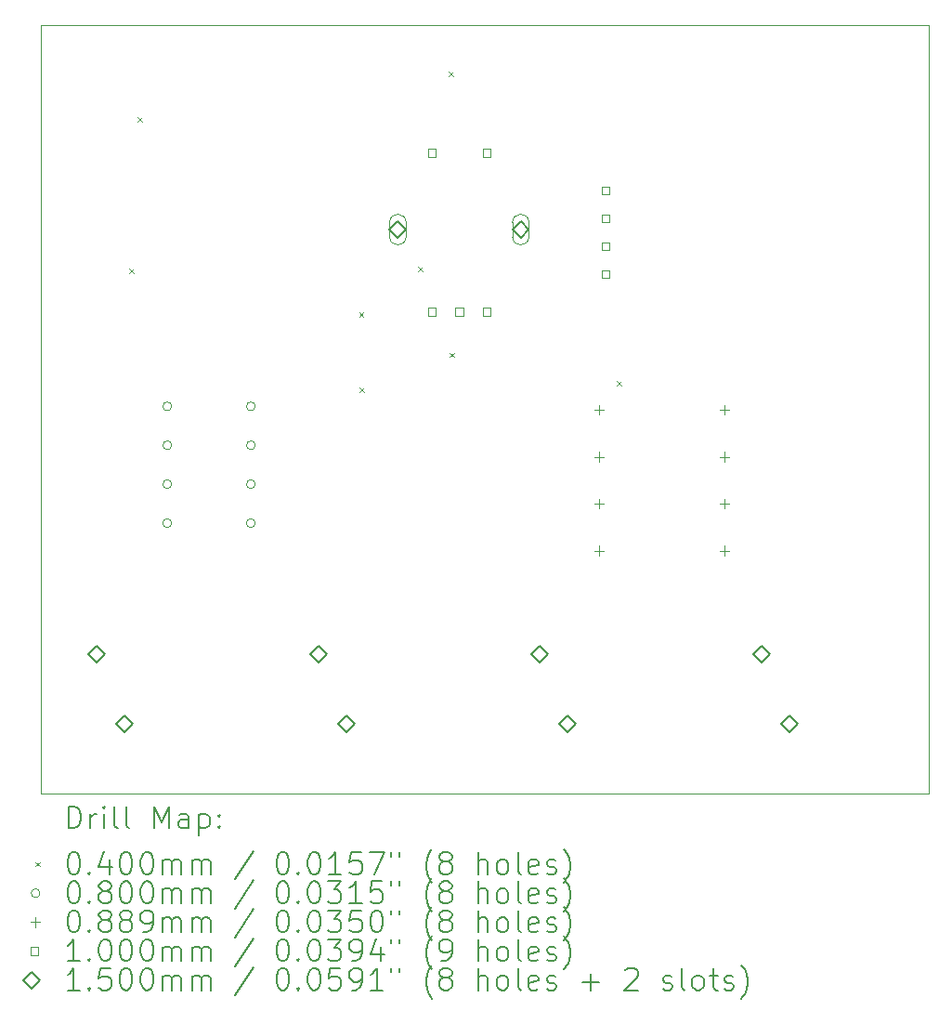
<source format=gbr>
%TF.GenerationSoftware,KiCad,Pcbnew,7.0.10*%
%TF.CreationDate,2024-10-20T20:49:22-04:00*%
%TF.ProjectId,Watch_Hackpad,57617463-685f-4486-9163-6b7061642e6b,rev?*%
%TF.SameCoordinates,Original*%
%TF.FileFunction,Drillmap*%
%TF.FilePolarity,Positive*%
%FSLAX45Y45*%
G04 Gerber Fmt 4.5, Leading zero omitted, Abs format (unit mm)*
G04 Created by KiCad (PCBNEW 7.0.10) date 2024-10-20 20:49:22*
%MOMM*%
%LPD*%
G01*
G04 APERTURE LIST*
%ADD10C,0.100000*%
%ADD11C,0.200000*%
%ADD12C,0.150000*%
G04 APERTURE END LIST*
D10*
X15390000Y-10430000D02*
X23490000Y-10430000D01*
X15390000Y-3430000D02*
X15390000Y-10430000D01*
X23490000Y-3430000D02*
X15390000Y-3430000D01*
X23490000Y-10430000D02*
X23490000Y-3430000D01*
D11*
D10*
X16199670Y-5651000D02*
X16239670Y-5691000D01*
X16239670Y-5651000D02*
X16199670Y-5691000D01*
X16277670Y-4270000D02*
X16317670Y-4310000D01*
X16317670Y-4270000D02*
X16277670Y-4310000D01*
X18293311Y-6045869D02*
X18333311Y-6085869D01*
X18333311Y-6045869D02*
X18293311Y-6085869D01*
X18300000Y-6730000D02*
X18340000Y-6770000D01*
X18340000Y-6730000D02*
X18300000Y-6770000D01*
X18830000Y-5630000D02*
X18870000Y-5670000D01*
X18870000Y-5630000D02*
X18830000Y-5670000D01*
X19113350Y-3851250D02*
X19153350Y-3891250D01*
X19153350Y-3851250D02*
X19113350Y-3891250D01*
X19122100Y-6415680D02*
X19162100Y-6455680D01*
X19162100Y-6415680D02*
X19122100Y-6455680D01*
X20642630Y-6673420D02*
X20682630Y-6713420D01*
X20682630Y-6673420D02*
X20642630Y-6713420D01*
X16585500Y-6902500D02*
G75*
G03*
X16505500Y-6902500I-40000J0D01*
G01*
X16505500Y-6902500D02*
G75*
G03*
X16585500Y-6902500I40000J0D01*
G01*
X16585500Y-7257500D02*
G75*
G03*
X16505500Y-7257500I-40000J0D01*
G01*
X16505500Y-7257500D02*
G75*
G03*
X16585500Y-7257500I40000J0D01*
G01*
X16585500Y-7612500D02*
G75*
G03*
X16505500Y-7612500I-40000J0D01*
G01*
X16505500Y-7612500D02*
G75*
G03*
X16585500Y-7612500I40000J0D01*
G01*
X16585500Y-7967500D02*
G75*
G03*
X16505500Y-7967500I-40000J0D01*
G01*
X16505500Y-7967500D02*
G75*
G03*
X16585500Y-7967500I40000J0D01*
G01*
X17347500Y-6902500D02*
G75*
G03*
X17267500Y-6902500I-40000J0D01*
G01*
X17267500Y-6902500D02*
G75*
G03*
X17347500Y-6902500I40000J0D01*
G01*
X17347500Y-7257500D02*
G75*
G03*
X17267500Y-7257500I-40000J0D01*
G01*
X17267500Y-7257500D02*
G75*
G03*
X17347500Y-7257500I40000J0D01*
G01*
X17347500Y-7612500D02*
G75*
G03*
X17267500Y-7612500I-40000J0D01*
G01*
X17267500Y-7612500D02*
G75*
G03*
X17347500Y-7612500I40000J0D01*
G01*
X17347500Y-7967500D02*
G75*
G03*
X17267500Y-7967500I-40000J0D01*
G01*
X17267500Y-7967500D02*
G75*
G03*
X17347500Y-7967500I40000J0D01*
G01*
X20481000Y-6890230D02*
X20481000Y-6979130D01*
X20436550Y-6934680D02*
X20525450Y-6934680D01*
X20481000Y-7317890D02*
X20481000Y-7406790D01*
X20436550Y-7362340D02*
X20525450Y-7362340D01*
X20481000Y-7745550D02*
X20481000Y-7834450D01*
X20436550Y-7790000D02*
X20525450Y-7790000D01*
X20481000Y-8173210D02*
X20481000Y-8262110D01*
X20436550Y-8217660D02*
X20525450Y-8217660D01*
X21624000Y-6890230D02*
X21624000Y-6979130D01*
X21579550Y-6934680D02*
X21668450Y-6934680D01*
X21624000Y-7317890D02*
X21624000Y-7406790D01*
X21579550Y-7362340D02*
X21668450Y-7362340D01*
X21624000Y-7745550D02*
X21624000Y-7834450D01*
X21579550Y-7790000D02*
X21668450Y-7790000D01*
X21624000Y-8173210D02*
X21624000Y-8262110D01*
X21579550Y-8217660D02*
X21668450Y-8217660D01*
X18992856Y-4627856D02*
X18992856Y-4557144D01*
X18922144Y-4557144D01*
X18922144Y-4627856D01*
X18992856Y-4627856D01*
X18992856Y-6077856D02*
X18992856Y-6007144D01*
X18922144Y-6007144D01*
X18922144Y-6077856D01*
X18992856Y-6077856D01*
X19242856Y-6077856D02*
X19242856Y-6007144D01*
X19172144Y-6007144D01*
X19172144Y-6077856D01*
X19242856Y-6077856D01*
X19492856Y-4627856D02*
X19492856Y-4557144D01*
X19422144Y-4557144D01*
X19422144Y-4627856D01*
X19492856Y-4627856D01*
X19492856Y-6077856D02*
X19492856Y-6007144D01*
X19422144Y-6007144D01*
X19422144Y-6077856D01*
X19492856Y-6077856D01*
X20577856Y-4972856D02*
X20577856Y-4902144D01*
X20507144Y-4902144D01*
X20507144Y-4972856D01*
X20577856Y-4972856D01*
X20577856Y-5226856D02*
X20577856Y-5156144D01*
X20507144Y-5156144D01*
X20507144Y-5226856D01*
X20577856Y-5226856D01*
X20577856Y-5480856D02*
X20577856Y-5410144D01*
X20507144Y-5410144D01*
X20507144Y-5480856D01*
X20577856Y-5480856D01*
X20577856Y-5734856D02*
X20577856Y-5664144D01*
X20507144Y-5664144D01*
X20507144Y-5734856D01*
X20577856Y-5734856D01*
D12*
X15902000Y-9235500D02*
X15977000Y-9160500D01*
X15902000Y-9085500D01*
X15827000Y-9160500D01*
X15902000Y-9235500D01*
X16156000Y-9870500D02*
X16231000Y-9795500D01*
X16156000Y-9720500D01*
X16081000Y-9795500D01*
X16156000Y-9870500D01*
X17922000Y-9235500D02*
X17997000Y-9160500D01*
X17922000Y-9085500D01*
X17847000Y-9160500D01*
X17922000Y-9235500D01*
X18176000Y-9870500D02*
X18251000Y-9795500D01*
X18176000Y-9720500D01*
X18101000Y-9795500D01*
X18176000Y-9870500D01*
X18647500Y-5367500D02*
X18722500Y-5292500D01*
X18647500Y-5217500D01*
X18572500Y-5292500D01*
X18647500Y-5367500D01*
D10*
X18722500Y-5357500D02*
X18722500Y-5227500D01*
X18722500Y-5227500D02*
G75*
G03*
X18572500Y-5227500I-75000J0D01*
G01*
X18572500Y-5227500D02*
X18572500Y-5357500D01*
X18572500Y-5357500D02*
G75*
G03*
X18722500Y-5357500I75000J0D01*
G01*
D12*
X19767500Y-5367500D02*
X19842500Y-5292500D01*
X19767500Y-5217500D01*
X19692500Y-5292500D01*
X19767500Y-5367500D01*
D10*
X19842500Y-5357500D02*
X19842500Y-5227500D01*
X19842500Y-5227500D02*
G75*
G03*
X19692500Y-5227500I-75000J0D01*
G01*
X19692500Y-5227500D02*
X19692500Y-5357500D01*
X19692500Y-5357500D02*
G75*
G03*
X19842500Y-5357500I75000J0D01*
G01*
D12*
X19942000Y-9235500D02*
X20017000Y-9160500D01*
X19942000Y-9085500D01*
X19867000Y-9160500D01*
X19942000Y-9235500D01*
X20196000Y-9870500D02*
X20271000Y-9795500D01*
X20196000Y-9720500D01*
X20121000Y-9795500D01*
X20196000Y-9870500D01*
X21962000Y-9235500D02*
X22037000Y-9160500D01*
X21962000Y-9085500D01*
X21887000Y-9160500D01*
X21962000Y-9235500D01*
X22216000Y-9870500D02*
X22291000Y-9795500D01*
X22216000Y-9720500D01*
X22141000Y-9795500D01*
X22216000Y-9870500D01*
D11*
X15645777Y-10746484D02*
X15645777Y-10546484D01*
X15645777Y-10546484D02*
X15693396Y-10546484D01*
X15693396Y-10546484D02*
X15721967Y-10556008D01*
X15721967Y-10556008D02*
X15741015Y-10575055D01*
X15741015Y-10575055D02*
X15750539Y-10594103D01*
X15750539Y-10594103D02*
X15760062Y-10632198D01*
X15760062Y-10632198D02*
X15760062Y-10660770D01*
X15760062Y-10660770D02*
X15750539Y-10698865D01*
X15750539Y-10698865D02*
X15741015Y-10717912D01*
X15741015Y-10717912D02*
X15721967Y-10736960D01*
X15721967Y-10736960D02*
X15693396Y-10746484D01*
X15693396Y-10746484D02*
X15645777Y-10746484D01*
X15845777Y-10746484D02*
X15845777Y-10613150D01*
X15845777Y-10651246D02*
X15855301Y-10632198D01*
X15855301Y-10632198D02*
X15864824Y-10622674D01*
X15864824Y-10622674D02*
X15883872Y-10613150D01*
X15883872Y-10613150D02*
X15902920Y-10613150D01*
X15969586Y-10746484D02*
X15969586Y-10613150D01*
X15969586Y-10546484D02*
X15960062Y-10556008D01*
X15960062Y-10556008D02*
X15969586Y-10565531D01*
X15969586Y-10565531D02*
X15979110Y-10556008D01*
X15979110Y-10556008D02*
X15969586Y-10546484D01*
X15969586Y-10546484D02*
X15969586Y-10565531D01*
X16093396Y-10746484D02*
X16074348Y-10736960D01*
X16074348Y-10736960D02*
X16064824Y-10717912D01*
X16064824Y-10717912D02*
X16064824Y-10546484D01*
X16198158Y-10746484D02*
X16179110Y-10736960D01*
X16179110Y-10736960D02*
X16169586Y-10717912D01*
X16169586Y-10717912D02*
X16169586Y-10546484D01*
X16426729Y-10746484D02*
X16426729Y-10546484D01*
X16426729Y-10546484D02*
X16493396Y-10689341D01*
X16493396Y-10689341D02*
X16560062Y-10546484D01*
X16560062Y-10546484D02*
X16560062Y-10746484D01*
X16741015Y-10746484D02*
X16741015Y-10641722D01*
X16741015Y-10641722D02*
X16731491Y-10622674D01*
X16731491Y-10622674D02*
X16712443Y-10613150D01*
X16712443Y-10613150D02*
X16674348Y-10613150D01*
X16674348Y-10613150D02*
X16655301Y-10622674D01*
X16741015Y-10736960D02*
X16721967Y-10746484D01*
X16721967Y-10746484D02*
X16674348Y-10746484D01*
X16674348Y-10746484D02*
X16655301Y-10736960D01*
X16655301Y-10736960D02*
X16645777Y-10717912D01*
X16645777Y-10717912D02*
X16645777Y-10698865D01*
X16645777Y-10698865D02*
X16655301Y-10679817D01*
X16655301Y-10679817D02*
X16674348Y-10670293D01*
X16674348Y-10670293D02*
X16721967Y-10670293D01*
X16721967Y-10670293D02*
X16741015Y-10660770D01*
X16836253Y-10613150D02*
X16836253Y-10813150D01*
X16836253Y-10622674D02*
X16855301Y-10613150D01*
X16855301Y-10613150D02*
X16893396Y-10613150D01*
X16893396Y-10613150D02*
X16912444Y-10622674D01*
X16912444Y-10622674D02*
X16921967Y-10632198D01*
X16921967Y-10632198D02*
X16931491Y-10651246D01*
X16931491Y-10651246D02*
X16931491Y-10708389D01*
X16931491Y-10708389D02*
X16921967Y-10727436D01*
X16921967Y-10727436D02*
X16912444Y-10736960D01*
X16912444Y-10736960D02*
X16893396Y-10746484D01*
X16893396Y-10746484D02*
X16855301Y-10746484D01*
X16855301Y-10746484D02*
X16836253Y-10736960D01*
X17017205Y-10727436D02*
X17026729Y-10736960D01*
X17026729Y-10736960D02*
X17017205Y-10746484D01*
X17017205Y-10746484D02*
X17007682Y-10736960D01*
X17007682Y-10736960D02*
X17017205Y-10727436D01*
X17017205Y-10727436D02*
X17017205Y-10746484D01*
X17017205Y-10622674D02*
X17026729Y-10632198D01*
X17026729Y-10632198D02*
X17017205Y-10641722D01*
X17017205Y-10641722D02*
X17007682Y-10632198D01*
X17007682Y-10632198D02*
X17017205Y-10622674D01*
X17017205Y-10622674D02*
X17017205Y-10641722D01*
D10*
X15345000Y-11055000D02*
X15385000Y-11095000D01*
X15385000Y-11055000D02*
X15345000Y-11095000D01*
D11*
X15683872Y-10966484D02*
X15702920Y-10966484D01*
X15702920Y-10966484D02*
X15721967Y-10976008D01*
X15721967Y-10976008D02*
X15731491Y-10985531D01*
X15731491Y-10985531D02*
X15741015Y-11004579D01*
X15741015Y-11004579D02*
X15750539Y-11042674D01*
X15750539Y-11042674D02*
X15750539Y-11090293D01*
X15750539Y-11090293D02*
X15741015Y-11128389D01*
X15741015Y-11128389D02*
X15731491Y-11147436D01*
X15731491Y-11147436D02*
X15721967Y-11156960D01*
X15721967Y-11156960D02*
X15702920Y-11166484D01*
X15702920Y-11166484D02*
X15683872Y-11166484D01*
X15683872Y-11166484D02*
X15664824Y-11156960D01*
X15664824Y-11156960D02*
X15655301Y-11147436D01*
X15655301Y-11147436D02*
X15645777Y-11128389D01*
X15645777Y-11128389D02*
X15636253Y-11090293D01*
X15636253Y-11090293D02*
X15636253Y-11042674D01*
X15636253Y-11042674D02*
X15645777Y-11004579D01*
X15645777Y-11004579D02*
X15655301Y-10985531D01*
X15655301Y-10985531D02*
X15664824Y-10976008D01*
X15664824Y-10976008D02*
X15683872Y-10966484D01*
X15836253Y-11147436D02*
X15845777Y-11156960D01*
X15845777Y-11156960D02*
X15836253Y-11166484D01*
X15836253Y-11166484D02*
X15826729Y-11156960D01*
X15826729Y-11156960D02*
X15836253Y-11147436D01*
X15836253Y-11147436D02*
X15836253Y-11166484D01*
X16017205Y-11033150D02*
X16017205Y-11166484D01*
X15969586Y-10956960D02*
X15921967Y-11099817D01*
X15921967Y-11099817D02*
X16045777Y-11099817D01*
X16160062Y-10966484D02*
X16179110Y-10966484D01*
X16179110Y-10966484D02*
X16198158Y-10976008D01*
X16198158Y-10976008D02*
X16207682Y-10985531D01*
X16207682Y-10985531D02*
X16217205Y-11004579D01*
X16217205Y-11004579D02*
X16226729Y-11042674D01*
X16226729Y-11042674D02*
X16226729Y-11090293D01*
X16226729Y-11090293D02*
X16217205Y-11128389D01*
X16217205Y-11128389D02*
X16207682Y-11147436D01*
X16207682Y-11147436D02*
X16198158Y-11156960D01*
X16198158Y-11156960D02*
X16179110Y-11166484D01*
X16179110Y-11166484D02*
X16160062Y-11166484D01*
X16160062Y-11166484D02*
X16141015Y-11156960D01*
X16141015Y-11156960D02*
X16131491Y-11147436D01*
X16131491Y-11147436D02*
X16121967Y-11128389D01*
X16121967Y-11128389D02*
X16112443Y-11090293D01*
X16112443Y-11090293D02*
X16112443Y-11042674D01*
X16112443Y-11042674D02*
X16121967Y-11004579D01*
X16121967Y-11004579D02*
X16131491Y-10985531D01*
X16131491Y-10985531D02*
X16141015Y-10976008D01*
X16141015Y-10976008D02*
X16160062Y-10966484D01*
X16350539Y-10966484D02*
X16369586Y-10966484D01*
X16369586Y-10966484D02*
X16388634Y-10976008D01*
X16388634Y-10976008D02*
X16398158Y-10985531D01*
X16398158Y-10985531D02*
X16407682Y-11004579D01*
X16407682Y-11004579D02*
X16417205Y-11042674D01*
X16417205Y-11042674D02*
X16417205Y-11090293D01*
X16417205Y-11090293D02*
X16407682Y-11128389D01*
X16407682Y-11128389D02*
X16398158Y-11147436D01*
X16398158Y-11147436D02*
X16388634Y-11156960D01*
X16388634Y-11156960D02*
X16369586Y-11166484D01*
X16369586Y-11166484D02*
X16350539Y-11166484D01*
X16350539Y-11166484D02*
X16331491Y-11156960D01*
X16331491Y-11156960D02*
X16321967Y-11147436D01*
X16321967Y-11147436D02*
X16312443Y-11128389D01*
X16312443Y-11128389D02*
X16302920Y-11090293D01*
X16302920Y-11090293D02*
X16302920Y-11042674D01*
X16302920Y-11042674D02*
X16312443Y-11004579D01*
X16312443Y-11004579D02*
X16321967Y-10985531D01*
X16321967Y-10985531D02*
X16331491Y-10976008D01*
X16331491Y-10976008D02*
X16350539Y-10966484D01*
X16502920Y-11166484D02*
X16502920Y-11033150D01*
X16502920Y-11052198D02*
X16512443Y-11042674D01*
X16512443Y-11042674D02*
X16531491Y-11033150D01*
X16531491Y-11033150D02*
X16560063Y-11033150D01*
X16560063Y-11033150D02*
X16579110Y-11042674D01*
X16579110Y-11042674D02*
X16588634Y-11061722D01*
X16588634Y-11061722D02*
X16588634Y-11166484D01*
X16588634Y-11061722D02*
X16598158Y-11042674D01*
X16598158Y-11042674D02*
X16617205Y-11033150D01*
X16617205Y-11033150D02*
X16645777Y-11033150D01*
X16645777Y-11033150D02*
X16664824Y-11042674D01*
X16664824Y-11042674D02*
X16674348Y-11061722D01*
X16674348Y-11061722D02*
X16674348Y-11166484D01*
X16769586Y-11166484D02*
X16769586Y-11033150D01*
X16769586Y-11052198D02*
X16779110Y-11042674D01*
X16779110Y-11042674D02*
X16798158Y-11033150D01*
X16798158Y-11033150D02*
X16826729Y-11033150D01*
X16826729Y-11033150D02*
X16845777Y-11042674D01*
X16845777Y-11042674D02*
X16855301Y-11061722D01*
X16855301Y-11061722D02*
X16855301Y-11166484D01*
X16855301Y-11061722D02*
X16864825Y-11042674D01*
X16864825Y-11042674D02*
X16883872Y-11033150D01*
X16883872Y-11033150D02*
X16912444Y-11033150D01*
X16912444Y-11033150D02*
X16931491Y-11042674D01*
X16931491Y-11042674D02*
X16941015Y-11061722D01*
X16941015Y-11061722D02*
X16941015Y-11166484D01*
X17331491Y-10956960D02*
X17160063Y-11214103D01*
X17588634Y-10966484D02*
X17607682Y-10966484D01*
X17607682Y-10966484D02*
X17626729Y-10976008D01*
X17626729Y-10976008D02*
X17636253Y-10985531D01*
X17636253Y-10985531D02*
X17645777Y-11004579D01*
X17645777Y-11004579D02*
X17655301Y-11042674D01*
X17655301Y-11042674D02*
X17655301Y-11090293D01*
X17655301Y-11090293D02*
X17645777Y-11128389D01*
X17645777Y-11128389D02*
X17636253Y-11147436D01*
X17636253Y-11147436D02*
X17626729Y-11156960D01*
X17626729Y-11156960D02*
X17607682Y-11166484D01*
X17607682Y-11166484D02*
X17588634Y-11166484D01*
X17588634Y-11166484D02*
X17569587Y-11156960D01*
X17569587Y-11156960D02*
X17560063Y-11147436D01*
X17560063Y-11147436D02*
X17550539Y-11128389D01*
X17550539Y-11128389D02*
X17541015Y-11090293D01*
X17541015Y-11090293D02*
X17541015Y-11042674D01*
X17541015Y-11042674D02*
X17550539Y-11004579D01*
X17550539Y-11004579D02*
X17560063Y-10985531D01*
X17560063Y-10985531D02*
X17569587Y-10976008D01*
X17569587Y-10976008D02*
X17588634Y-10966484D01*
X17741015Y-11147436D02*
X17750539Y-11156960D01*
X17750539Y-11156960D02*
X17741015Y-11166484D01*
X17741015Y-11166484D02*
X17731491Y-11156960D01*
X17731491Y-11156960D02*
X17741015Y-11147436D01*
X17741015Y-11147436D02*
X17741015Y-11166484D01*
X17874348Y-10966484D02*
X17893396Y-10966484D01*
X17893396Y-10966484D02*
X17912444Y-10976008D01*
X17912444Y-10976008D02*
X17921968Y-10985531D01*
X17921968Y-10985531D02*
X17931491Y-11004579D01*
X17931491Y-11004579D02*
X17941015Y-11042674D01*
X17941015Y-11042674D02*
X17941015Y-11090293D01*
X17941015Y-11090293D02*
X17931491Y-11128389D01*
X17931491Y-11128389D02*
X17921968Y-11147436D01*
X17921968Y-11147436D02*
X17912444Y-11156960D01*
X17912444Y-11156960D02*
X17893396Y-11166484D01*
X17893396Y-11166484D02*
X17874348Y-11166484D01*
X17874348Y-11166484D02*
X17855301Y-11156960D01*
X17855301Y-11156960D02*
X17845777Y-11147436D01*
X17845777Y-11147436D02*
X17836253Y-11128389D01*
X17836253Y-11128389D02*
X17826729Y-11090293D01*
X17826729Y-11090293D02*
X17826729Y-11042674D01*
X17826729Y-11042674D02*
X17836253Y-11004579D01*
X17836253Y-11004579D02*
X17845777Y-10985531D01*
X17845777Y-10985531D02*
X17855301Y-10976008D01*
X17855301Y-10976008D02*
X17874348Y-10966484D01*
X18131491Y-11166484D02*
X18017206Y-11166484D01*
X18074348Y-11166484D02*
X18074348Y-10966484D01*
X18074348Y-10966484D02*
X18055301Y-10995055D01*
X18055301Y-10995055D02*
X18036253Y-11014103D01*
X18036253Y-11014103D02*
X18017206Y-11023627D01*
X18312444Y-10966484D02*
X18217206Y-10966484D01*
X18217206Y-10966484D02*
X18207682Y-11061722D01*
X18207682Y-11061722D02*
X18217206Y-11052198D01*
X18217206Y-11052198D02*
X18236253Y-11042674D01*
X18236253Y-11042674D02*
X18283872Y-11042674D01*
X18283872Y-11042674D02*
X18302920Y-11052198D01*
X18302920Y-11052198D02*
X18312444Y-11061722D01*
X18312444Y-11061722D02*
X18321968Y-11080770D01*
X18321968Y-11080770D02*
X18321968Y-11128389D01*
X18321968Y-11128389D02*
X18312444Y-11147436D01*
X18312444Y-11147436D02*
X18302920Y-11156960D01*
X18302920Y-11156960D02*
X18283872Y-11166484D01*
X18283872Y-11166484D02*
X18236253Y-11166484D01*
X18236253Y-11166484D02*
X18217206Y-11156960D01*
X18217206Y-11156960D02*
X18207682Y-11147436D01*
X18388634Y-10966484D02*
X18521968Y-10966484D01*
X18521968Y-10966484D02*
X18436253Y-11166484D01*
X18588634Y-10966484D02*
X18588634Y-11004579D01*
X18664825Y-10966484D02*
X18664825Y-11004579D01*
X18960063Y-11242674D02*
X18950539Y-11233150D01*
X18950539Y-11233150D02*
X18931491Y-11204579D01*
X18931491Y-11204579D02*
X18921968Y-11185531D01*
X18921968Y-11185531D02*
X18912444Y-11156960D01*
X18912444Y-11156960D02*
X18902920Y-11109341D01*
X18902920Y-11109341D02*
X18902920Y-11071246D01*
X18902920Y-11071246D02*
X18912444Y-11023627D01*
X18912444Y-11023627D02*
X18921968Y-10995055D01*
X18921968Y-10995055D02*
X18931491Y-10976008D01*
X18931491Y-10976008D02*
X18950539Y-10947436D01*
X18950539Y-10947436D02*
X18960063Y-10937912D01*
X19064825Y-11052198D02*
X19045777Y-11042674D01*
X19045777Y-11042674D02*
X19036253Y-11033150D01*
X19036253Y-11033150D02*
X19026730Y-11014103D01*
X19026730Y-11014103D02*
X19026730Y-11004579D01*
X19026730Y-11004579D02*
X19036253Y-10985531D01*
X19036253Y-10985531D02*
X19045777Y-10976008D01*
X19045777Y-10976008D02*
X19064825Y-10966484D01*
X19064825Y-10966484D02*
X19102920Y-10966484D01*
X19102920Y-10966484D02*
X19121968Y-10976008D01*
X19121968Y-10976008D02*
X19131491Y-10985531D01*
X19131491Y-10985531D02*
X19141015Y-11004579D01*
X19141015Y-11004579D02*
X19141015Y-11014103D01*
X19141015Y-11014103D02*
X19131491Y-11033150D01*
X19131491Y-11033150D02*
X19121968Y-11042674D01*
X19121968Y-11042674D02*
X19102920Y-11052198D01*
X19102920Y-11052198D02*
X19064825Y-11052198D01*
X19064825Y-11052198D02*
X19045777Y-11061722D01*
X19045777Y-11061722D02*
X19036253Y-11071246D01*
X19036253Y-11071246D02*
X19026730Y-11090293D01*
X19026730Y-11090293D02*
X19026730Y-11128389D01*
X19026730Y-11128389D02*
X19036253Y-11147436D01*
X19036253Y-11147436D02*
X19045777Y-11156960D01*
X19045777Y-11156960D02*
X19064825Y-11166484D01*
X19064825Y-11166484D02*
X19102920Y-11166484D01*
X19102920Y-11166484D02*
X19121968Y-11156960D01*
X19121968Y-11156960D02*
X19131491Y-11147436D01*
X19131491Y-11147436D02*
X19141015Y-11128389D01*
X19141015Y-11128389D02*
X19141015Y-11090293D01*
X19141015Y-11090293D02*
X19131491Y-11071246D01*
X19131491Y-11071246D02*
X19121968Y-11061722D01*
X19121968Y-11061722D02*
X19102920Y-11052198D01*
X19379111Y-11166484D02*
X19379111Y-10966484D01*
X19464825Y-11166484D02*
X19464825Y-11061722D01*
X19464825Y-11061722D02*
X19455301Y-11042674D01*
X19455301Y-11042674D02*
X19436253Y-11033150D01*
X19436253Y-11033150D02*
X19407682Y-11033150D01*
X19407682Y-11033150D02*
X19388634Y-11042674D01*
X19388634Y-11042674D02*
X19379111Y-11052198D01*
X19588634Y-11166484D02*
X19569587Y-11156960D01*
X19569587Y-11156960D02*
X19560063Y-11147436D01*
X19560063Y-11147436D02*
X19550539Y-11128389D01*
X19550539Y-11128389D02*
X19550539Y-11071246D01*
X19550539Y-11071246D02*
X19560063Y-11052198D01*
X19560063Y-11052198D02*
X19569587Y-11042674D01*
X19569587Y-11042674D02*
X19588634Y-11033150D01*
X19588634Y-11033150D02*
X19617206Y-11033150D01*
X19617206Y-11033150D02*
X19636253Y-11042674D01*
X19636253Y-11042674D02*
X19645777Y-11052198D01*
X19645777Y-11052198D02*
X19655301Y-11071246D01*
X19655301Y-11071246D02*
X19655301Y-11128389D01*
X19655301Y-11128389D02*
X19645777Y-11147436D01*
X19645777Y-11147436D02*
X19636253Y-11156960D01*
X19636253Y-11156960D02*
X19617206Y-11166484D01*
X19617206Y-11166484D02*
X19588634Y-11166484D01*
X19769587Y-11166484D02*
X19750539Y-11156960D01*
X19750539Y-11156960D02*
X19741015Y-11137912D01*
X19741015Y-11137912D02*
X19741015Y-10966484D01*
X19921968Y-11156960D02*
X19902920Y-11166484D01*
X19902920Y-11166484D02*
X19864825Y-11166484D01*
X19864825Y-11166484D02*
X19845777Y-11156960D01*
X19845777Y-11156960D02*
X19836253Y-11137912D01*
X19836253Y-11137912D02*
X19836253Y-11061722D01*
X19836253Y-11061722D02*
X19845777Y-11042674D01*
X19845777Y-11042674D02*
X19864825Y-11033150D01*
X19864825Y-11033150D02*
X19902920Y-11033150D01*
X19902920Y-11033150D02*
X19921968Y-11042674D01*
X19921968Y-11042674D02*
X19931492Y-11061722D01*
X19931492Y-11061722D02*
X19931492Y-11080770D01*
X19931492Y-11080770D02*
X19836253Y-11099817D01*
X20007682Y-11156960D02*
X20026730Y-11166484D01*
X20026730Y-11166484D02*
X20064825Y-11166484D01*
X20064825Y-11166484D02*
X20083873Y-11156960D01*
X20083873Y-11156960D02*
X20093396Y-11137912D01*
X20093396Y-11137912D02*
X20093396Y-11128389D01*
X20093396Y-11128389D02*
X20083873Y-11109341D01*
X20083873Y-11109341D02*
X20064825Y-11099817D01*
X20064825Y-11099817D02*
X20036253Y-11099817D01*
X20036253Y-11099817D02*
X20017206Y-11090293D01*
X20017206Y-11090293D02*
X20007682Y-11071246D01*
X20007682Y-11071246D02*
X20007682Y-11061722D01*
X20007682Y-11061722D02*
X20017206Y-11042674D01*
X20017206Y-11042674D02*
X20036253Y-11033150D01*
X20036253Y-11033150D02*
X20064825Y-11033150D01*
X20064825Y-11033150D02*
X20083873Y-11042674D01*
X20160063Y-11242674D02*
X20169587Y-11233150D01*
X20169587Y-11233150D02*
X20188634Y-11204579D01*
X20188634Y-11204579D02*
X20198158Y-11185531D01*
X20198158Y-11185531D02*
X20207682Y-11156960D01*
X20207682Y-11156960D02*
X20217206Y-11109341D01*
X20217206Y-11109341D02*
X20217206Y-11071246D01*
X20217206Y-11071246D02*
X20207682Y-11023627D01*
X20207682Y-11023627D02*
X20198158Y-10995055D01*
X20198158Y-10995055D02*
X20188634Y-10976008D01*
X20188634Y-10976008D02*
X20169587Y-10947436D01*
X20169587Y-10947436D02*
X20160063Y-10937912D01*
D10*
X15385000Y-11339000D02*
G75*
G03*
X15305000Y-11339000I-40000J0D01*
G01*
X15305000Y-11339000D02*
G75*
G03*
X15385000Y-11339000I40000J0D01*
G01*
D11*
X15683872Y-11230484D02*
X15702920Y-11230484D01*
X15702920Y-11230484D02*
X15721967Y-11240008D01*
X15721967Y-11240008D02*
X15731491Y-11249531D01*
X15731491Y-11249531D02*
X15741015Y-11268579D01*
X15741015Y-11268579D02*
X15750539Y-11306674D01*
X15750539Y-11306674D02*
X15750539Y-11354293D01*
X15750539Y-11354293D02*
X15741015Y-11392388D01*
X15741015Y-11392388D02*
X15731491Y-11411436D01*
X15731491Y-11411436D02*
X15721967Y-11420960D01*
X15721967Y-11420960D02*
X15702920Y-11430484D01*
X15702920Y-11430484D02*
X15683872Y-11430484D01*
X15683872Y-11430484D02*
X15664824Y-11420960D01*
X15664824Y-11420960D02*
X15655301Y-11411436D01*
X15655301Y-11411436D02*
X15645777Y-11392388D01*
X15645777Y-11392388D02*
X15636253Y-11354293D01*
X15636253Y-11354293D02*
X15636253Y-11306674D01*
X15636253Y-11306674D02*
X15645777Y-11268579D01*
X15645777Y-11268579D02*
X15655301Y-11249531D01*
X15655301Y-11249531D02*
X15664824Y-11240008D01*
X15664824Y-11240008D02*
X15683872Y-11230484D01*
X15836253Y-11411436D02*
X15845777Y-11420960D01*
X15845777Y-11420960D02*
X15836253Y-11430484D01*
X15836253Y-11430484D02*
X15826729Y-11420960D01*
X15826729Y-11420960D02*
X15836253Y-11411436D01*
X15836253Y-11411436D02*
X15836253Y-11430484D01*
X15960062Y-11316198D02*
X15941015Y-11306674D01*
X15941015Y-11306674D02*
X15931491Y-11297150D01*
X15931491Y-11297150D02*
X15921967Y-11278103D01*
X15921967Y-11278103D02*
X15921967Y-11268579D01*
X15921967Y-11268579D02*
X15931491Y-11249531D01*
X15931491Y-11249531D02*
X15941015Y-11240008D01*
X15941015Y-11240008D02*
X15960062Y-11230484D01*
X15960062Y-11230484D02*
X15998158Y-11230484D01*
X15998158Y-11230484D02*
X16017205Y-11240008D01*
X16017205Y-11240008D02*
X16026729Y-11249531D01*
X16026729Y-11249531D02*
X16036253Y-11268579D01*
X16036253Y-11268579D02*
X16036253Y-11278103D01*
X16036253Y-11278103D02*
X16026729Y-11297150D01*
X16026729Y-11297150D02*
X16017205Y-11306674D01*
X16017205Y-11306674D02*
X15998158Y-11316198D01*
X15998158Y-11316198D02*
X15960062Y-11316198D01*
X15960062Y-11316198D02*
X15941015Y-11325722D01*
X15941015Y-11325722D02*
X15931491Y-11335246D01*
X15931491Y-11335246D02*
X15921967Y-11354293D01*
X15921967Y-11354293D02*
X15921967Y-11392388D01*
X15921967Y-11392388D02*
X15931491Y-11411436D01*
X15931491Y-11411436D02*
X15941015Y-11420960D01*
X15941015Y-11420960D02*
X15960062Y-11430484D01*
X15960062Y-11430484D02*
X15998158Y-11430484D01*
X15998158Y-11430484D02*
X16017205Y-11420960D01*
X16017205Y-11420960D02*
X16026729Y-11411436D01*
X16026729Y-11411436D02*
X16036253Y-11392388D01*
X16036253Y-11392388D02*
X16036253Y-11354293D01*
X16036253Y-11354293D02*
X16026729Y-11335246D01*
X16026729Y-11335246D02*
X16017205Y-11325722D01*
X16017205Y-11325722D02*
X15998158Y-11316198D01*
X16160062Y-11230484D02*
X16179110Y-11230484D01*
X16179110Y-11230484D02*
X16198158Y-11240008D01*
X16198158Y-11240008D02*
X16207682Y-11249531D01*
X16207682Y-11249531D02*
X16217205Y-11268579D01*
X16217205Y-11268579D02*
X16226729Y-11306674D01*
X16226729Y-11306674D02*
X16226729Y-11354293D01*
X16226729Y-11354293D02*
X16217205Y-11392388D01*
X16217205Y-11392388D02*
X16207682Y-11411436D01*
X16207682Y-11411436D02*
X16198158Y-11420960D01*
X16198158Y-11420960D02*
X16179110Y-11430484D01*
X16179110Y-11430484D02*
X16160062Y-11430484D01*
X16160062Y-11430484D02*
X16141015Y-11420960D01*
X16141015Y-11420960D02*
X16131491Y-11411436D01*
X16131491Y-11411436D02*
X16121967Y-11392388D01*
X16121967Y-11392388D02*
X16112443Y-11354293D01*
X16112443Y-11354293D02*
X16112443Y-11306674D01*
X16112443Y-11306674D02*
X16121967Y-11268579D01*
X16121967Y-11268579D02*
X16131491Y-11249531D01*
X16131491Y-11249531D02*
X16141015Y-11240008D01*
X16141015Y-11240008D02*
X16160062Y-11230484D01*
X16350539Y-11230484D02*
X16369586Y-11230484D01*
X16369586Y-11230484D02*
X16388634Y-11240008D01*
X16388634Y-11240008D02*
X16398158Y-11249531D01*
X16398158Y-11249531D02*
X16407682Y-11268579D01*
X16407682Y-11268579D02*
X16417205Y-11306674D01*
X16417205Y-11306674D02*
X16417205Y-11354293D01*
X16417205Y-11354293D02*
X16407682Y-11392388D01*
X16407682Y-11392388D02*
X16398158Y-11411436D01*
X16398158Y-11411436D02*
X16388634Y-11420960D01*
X16388634Y-11420960D02*
X16369586Y-11430484D01*
X16369586Y-11430484D02*
X16350539Y-11430484D01*
X16350539Y-11430484D02*
X16331491Y-11420960D01*
X16331491Y-11420960D02*
X16321967Y-11411436D01*
X16321967Y-11411436D02*
X16312443Y-11392388D01*
X16312443Y-11392388D02*
X16302920Y-11354293D01*
X16302920Y-11354293D02*
X16302920Y-11306674D01*
X16302920Y-11306674D02*
X16312443Y-11268579D01*
X16312443Y-11268579D02*
X16321967Y-11249531D01*
X16321967Y-11249531D02*
X16331491Y-11240008D01*
X16331491Y-11240008D02*
X16350539Y-11230484D01*
X16502920Y-11430484D02*
X16502920Y-11297150D01*
X16502920Y-11316198D02*
X16512443Y-11306674D01*
X16512443Y-11306674D02*
X16531491Y-11297150D01*
X16531491Y-11297150D02*
X16560063Y-11297150D01*
X16560063Y-11297150D02*
X16579110Y-11306674D01*
X16579110Y-11306674D02*
X16588634Y-11325722D01*
X16588634Y-11325722D02*
X16588634Y-11430484D01*
X16588634Y-11325722D02*
X16598158Y-11306674D01*
X16598158Y-11306674D02*
X16617205Y-11297150D01*
X16617205Y-11297150D02*
X16645777Y-11297150D01*
X16645777Y-11297150D02*
X16664824Y-11306674D01*
X16664824Y-11306674D02*
X16674348Y-11325722D01*
X16674348Y-11325722D02*
X16674348Y-11430484D01*
X16769586Y-11430484D02*
X16769586Y-11297150D01*
X16769586Y-11316198D02*
X16779110Y-11306674D01*
X16779110Y-11306674D02*
X16798158Y-11297150D01*
X16798158Y-11297150D02*
X16826729Y-11297150D01*
X16826729Y-11297150D02*
X16845777Y-11306674D01*
X16845777Y-11306674D02*
X16855301Y-11325722D01*
X16855301Y-11325722D02*
X16855301Y-11430484D01*
X16855301Y-11325722D02*
X16864825Y-11306674D01*
X16864825Y-11306674D02*
X16883872Y-11297150D01*
X16883872Y-11297150D02*
X16912444Y-11297150D01*
X16912444Y-11297150D02*
X16931491Y-11306674D01*
X16931491Y-11306674D02*
X16941015Y-11325722D01*
X16941015Y-11325722D02*
X16941015Y-11430484D01*
X17331491Y-11220960D02*
X17160063Y-11478103D01*
X17588634Y-11230484D02*
X17607682Y-11230484D01*
X17607682Y-11230484D02*
X17626729Y-11240008D01*
X17626729Y-11240008D02*
X17636253Y-11249531D01*
X17636253Y-11249531D02*
X17645777Y-11268579D01*
X17645777Y-11268579D02*
X17655301Y-11306674D01*
X17655301Y-11306674D02*
X17655301Y-11354293D01*
X17655301Y-11354293D02*
X17645777Y-11392388D01*
X17645777Y-11392388D02*
X17636253Y-11411436D01*
X17636253Y-11411436D02*
X17626729Y-11420960D01*
X17626729Y-11420960D02*
X17607682Y-11430484D01*
X17607682Y-11430484D02*
X17588634Y-11430484D01*
X17588634Y-11430484D02*
X17569587Y-11420960D01*
X17569587Y-11420960D02*
X17560063Y-11411436D01*
X17560063Y-11411436D02*
X17550539Y-11392388D01*
X17550539Y-11392388D02*
X17541015Y-11354293D01*
X17541015Y-11354293D02*
X17541015Y-11306674D01*
X17541015Y-11306674D02*
X17550539Y-11268579D01*
X17550539Y-11268579D02*
X17560063Y-11249531D01*
X17560063Y-11249531D02*
X17569587Y-11240008D01*
X17569587Y-11240008D02*
X17588634Y-11230484D01*
X17741015Y-11411436D02*
X17750539Y-11420960D01*
X17750539Y-11420960D02*
X17741015Y-11430484D01*
X17741015Y-11430484D02*
X17731491Y-11420960D01*
X17731491Y-11420960D02*
X17741015Y-11411436D01*
X17741015Y-11411436D02*
X17741015Y-11430484D01*
X17874348Y-11230484D02*
X17893396Y-11230484D01*
X17893396Y-11230484D02*
X17912444Y-11240008D01*
X17912444Y-11240008D02*
X17921968Y-11249531D01*
X17921968Y-11249531D02*
X17931491Y-11268579D01*
X17931491Y-11268579D02*
X17941015Y-11306674D01*
X17941015Y-11306674D02*
X17941015Y-11354293D01*
X17941015Y-11354293D02*
X17931491Y-11392388D01*
X17931491Y-11392388D02*
X17921968Y-11411436D01*
X17921968Y-11411436D02*
X17912444Y-11420960D01*
X17912444Y-11420960D02*
X17893396Y-11430484D01*
X17893396Y-11430484D02*
X17874348Y-11430484D01*
X17874348Y-11430484D02*
X17855301Y-11420960D01*
X17855301Y-11420960D02*
X17845777Y-11411436D01*
X17845777Y-11411436D02*
X17836253Y-11392388D01*
X17836253Y-11392388D02*
X17826729Y-11354293D01*
X17826729Y-11354293D02*
X17826729Y-11306674D01*
X17826729Y-11306674D02*
X17836253Y-11268579D01*
X17836253Y-11268579D02*
X17845777Y-11249531D01*
X17845777Y-11249531D02*
X17855301Y-11240008D01*
X17855301Y-11240008D02*
X17874348Y-11230484D01*
X18007682Y-11230484D02*
X18131491Y-11230484D01*
X18131491Y-11230484D02*
X18064825Y-11306674D01*
X18064825Y-11306674D02*
X18093396Y-11306674D01*
X18093396Y-11306674D02*
X18112444Y-11316198D01*
X18112444Y-11316198D02*
X18121968Y-11325722D01*
X18121968Y-11325722D02*
X18131491Y-11344769D01*
X18131491Y-11344769D02*
X18131491Y-11392388D01*
X18131491Y-11392388D02*
X18121968Y-11411436D01*
X18121968Y-11411436D02*
X18112444Y-11420960D01*
X18112444Y-11420960D02*
X18093396Y-11430484D01*
X18093396Y-11430484D02*
X18036253Y-11430484D01*
X18036253Y-11430484D02*
X18017206Y-11420960D01*
X18017206Y-11420960D02*
X18007682Y-11411436D01*
X18321968Y-11430484D02*
X18207682Y-11430484D01*
X18264825Y-11430484D02*
X18264825Y-11230484D01*
X18264825Y-11230484D02*
X18245777Y-11259055D01*
X18245777Y-11259055D02*
X18226729Y-11278103D01*
X18226729Y-11278103D02*
X18207682Y-11287627D01*
X18502920Y-11230484D02*
X18407682Y-11230484D01*
X18407682Y-11230484D02*
X18398158Y-11325722D01*
X18398158Y-11325722D02*
X18407682Y-11316198D01*
X18407682Y-11316198D02*
X18426729Y-11306674D01*
X18426729Y-11306674D02*
X18474349Y-11306674D01*
X18474349Y-11306674D02*
X18493396Y-11316198D01*
X18493396Y-11316198D02*
X18502920Y-11325722D01*
X18502920Y-11325722D02*
X18512444Y-11344769D01*
X18512444Y-11344769D02*
X18512444Y-11392388D01*
X18512444Y-11392388D02*
X18502920Y-11411436D01*
X18502920Y-11411436D02*
X18493396Y-11420960D01*
X18493396Y-11420960D02*
X18474349Y-11430484D01*
X18474349Y-11430484D02*
X18426729Y-11430484D01*
X18426729Y-11430484D02*
X18407682Y-11420960D01*
X18407682Y-11420960D02*
X18398158Y-11411436D01*
X18588634Y-11230484D02*
X18588634Y-11268579D01*
X18664825Y-11230484D02*
X18664825Y-11268579D01*
X18960063Y-11506674D02*
X18950539Y-11497150D01*
X18950539Y-11497150D02*
X18931491Y-11468579D01*
X18931491Y-11468579D02*
X18921968Y-11449531D01*
X18921968Y-11449531D02*
X18912444Y-11420960D01*
X18912444Y-11420960D02*
X18902920Y-11373341D01*
X18902920Y-11373341D02*
X18902920Y-11335246D01*
X18902920Y-11335246D02*
X18912444Y-11287627D01*
X18912444Y-11287627D02*
X18921968Y-11259055D01*
X18921968Y-11259055D02*
X18931491Y-11240008D01*
X18931491Y-11240008D02*
X18950539Y-11211436D01*
X18950539Y-11211436D02*
X18960063Y-11201912D01*
X19064825Y-11316198D02*
X19045777Y-11306674D01*
X19045777Y-11306674D02*
X19036253Y-11297150D01*
X19036253Y-11297150D02*
X19026730Y-11278103D01*
X19026730Y-11278103D02*
X19026730Y-11268579D01*
X19026730Y-11268579D02*
X19036253Y-11249531D01*
X19036253Y-11249531D02*
X19045777Y-11240008D01*
X19045777Y-11240008D02*
X19064825Y-11230484D01*
X19064825Y-11230484D02*
X19102920Y-11230484D01*
X19102920Y-11230484D02*
X19121968Y-11240008D01*
X19121968Y-11240008D02*
X19131491Y-11249531D01*
X19131491Y-11249531D02*
X19141015Y-11268579D01*
X19141015Y-11268579D02*
X19141015Y-11278103D01*
X19141015Y-11278103D02*
X19131491Y-11297150D01*
X19131491Y-11297150D02*
X19121968Y-11306674D01*
X19121968Y-11306674D02*
X19102920Y-11316198D01*
X19102920Y-11316198D02*
X19064825Y-11316198D01*
X19064825Y-11316198D02*
X19045777Y-11325722D01*
X19045777Y-11325722D02*
X19036253Y-11335246D01*
X19036253Y-11335246D02*
X19026730Y-11354293D01*
X19026730Y-11354293D02*
X19026730Y-11392388D01*
X19026730Y-11392388D02*
X19036253Y-11411436D01*
X19036253Y-11411436D02*
X19045777Y-11420960D01*
X19045777Y-11420960D02*
X19064825Y-11430484D01*
X19064825Y-11430484D02*
X19102920Y-11430484D01*
X19102920Y-11430484D02*
X19121968Y-11420960D01*
X19121968Y-11420960D02*
X19131491Y-11411436D01*
X19131491Y-11411436D02*
X19141015Y-11392388D01*
X19141015Y-11392388D02*
X19141015Y-11354293D01*
X19141015Y-11354293D02*
X19131491Y-11335246D01*
X19131491Y-11335246D02*
X19121968Y-11325722D01*
X19121968Y-11325722D02*
X19102920Y-11316198D01*
X19379111Y-11430484D02*
X19379111Y-11230484D01*
X19464825Y-11430484D02*
X19464825Y-11325722D01*
X19464825Y-11325722D02*
X19455301Y-11306674D01*
X19455301Y-11306674D02*
X19436253Y-11297150D01*
X19436253Y-11297150D02*
X19407682Y-11297150D01*
X19407682Y-11297150D02*
X19388634Y-11306674D01*
X19388634Y-11306674D02*
X19379111Y-11316198D01*
X19588634Y-11430484D02*
X19569587Y-11420960D01*
X19569587Y-11420960D02*
X19560063Y-11411436D01*
X19560063Y-11411436D02*
X19550539Y-11392388D01*
X19550539Y-11392388D02*
X19550539Y-11335246D01*
X19550539Y-11335246D02*
X19560063Y-11316198D01*
X19560063Y-11316198D02*
X19569587Y-11306674D01*
X19569587Y-11306674D02*
X19588634Y-11297150D01*
X19588634Y-11297150D02*
X19617206Y-11297150D01*
X19617206Y-11297150D02*
X19636253Y-11306674D01*
X19636253Y-11306674D02*
X19645777Y-11316198D01*
X19645777Y-11316198D02*
X19655301Y-11335246D01*
X19655301Y-11335246D02*
X19655301Y-11392388D01*
X19655301Y-11392388D02*
X19645777Y-11411436D01*
X19645777Y-11411436D02*
X19636253Y-11420960D01*
X19636253Y-11420960D02*
X19617206Y-11430484D01*
X19617206Y-11430484D02*
X19588634Y-11430484D01*
X19769587Y-11430484D02*
X19750539Y-11420960D01*
X19750539Y-11420960D02*
X19741015Y-11401912D01*
X19741015Y-11401912D02*
X19741015Y-11230484D01*
X19921968Y-11420960D02*
X19902920Y-11430484D01*
X19902920Y-11430484D02*
X19864825Y-11430484D01*
X19864825Y-11430484D02*
X19845777Y-11420960D01*
X19845777Y-11420960D02*
X19836253Y-11401912D01*
X19836253Y-11401912D02*
X19836253Y-11325722D01*
X19836253Y-11325722D02*
X19845777Y-11306674D01*
X19845777Y-11306674D02*
X19864825Y-11297150D01*
X19864825Y-11297150D02*
X19902920Y-11297150D01*
X19902920Y-11297150D02*
X19921968Y-11306674D01*
X19921968Y-11306674D02*
X19931492Y-11325722D01*
X19931492Y-11325722D02*
X19931492Y-11344769D01*
X19931492Y-11344769D02*
X19836253Y-11363817D01*
X20007682Y-11420960D02*
X20026730Y-11430484D01*
X20026730Y-11430484D02*
X20064825Y-11430484D01*
X20064825Y-11430484D02*
X20083873Y-11420960D01*
X20083873Y-11420960D02*
X20093396Y-11401912D01*
X20093396Y-11401912D02*
X20093396Y-11392388D01*
X20093396Y-11392388D02*
X20083873Y-11373341D01*
X20083873Y-11373341D02*
X20064825Y-11363817D01*
X20064825Y-11363817D02*
X20036253Y-11363817D01*
X20036253Y-11363817D02*
X20017206Y-11354293D01*
X20017206Y-11354293D02*
X20007682Y-11335246D01*
X20007682Y-11335246D02*
X20007682Y-11325722D01*
X20007682Y-11325722D02*
X20017206Y-11306674D01*
X20017206Y-11306674D02*
X20036253Y-11297150D01*
X20036253Y-11297150D02*
X20064825Y-11297150D01*
X20064825Y-11297150D02*
X20083873Y-11306674D01*
X20160063Y-11506674D02*
X20169587Y-11497150D01*
X20169587Y-11497150D02*
X20188634Y-11468579D01*
X20188634Y-11468579D02*
X20198158Y-11449531D01*
X20198158Y-11449531D02*
X20207682Y-11420960D01*
X20207682Y-11420960D02*
X20217206Y-11373341D01*
X20217206Y-11373341D02*
X20217206Y-11335246D01*
X20217206Y-11335246D02*
X20207682Y-11287627D01*
X20207682Y-11287627D02*
X20198158Y-11259055D01*
X20198158Y-11259055D02*
X20188634Y-11240008D01*
X20188634Y-11240008D02*
X20169587Y-11211436D01*
X20169587Y-11211436D02*
X20160063Y-11201912D01*
D10*
X15340550Y-11558550D02*
X15340550Y-11647450D01*
X15296100Y-11603000D02*
X15385000Y-11603000D01*
D11*
X15683872Y-11494484D02*
X15702920Y-11494484D01*
X15702920Y-11494484D02*
X15721967Y-11504008D01*
X15721967Y-11504008D02*
X15731491Y-11513531D01*
X15731491Y-11513531D02*
X15741015Y-11532579D01*
X15741015Y-11532579D02*
X15750539Y-11570674D01*
X15750539Y-11570674D02*
X15750539Y-11618293D01*
X15750539Y-11618293D02*
X15741015Y-11656388D01*
X15741015Y-11656388D02*
X15731491Y-11675436D01*
X15731491Y-11675436D02*
X15721967Y-11684960D01*
X15721967Y-11684960D02*
X15702920Y-11694484D01*
X15702920Y-11694484D02*
X15683872Y-11694484D01*
X15683872Y-11694484D02*
X15664824Y-11684960D01*
X15664824Y-11684960D02*
X15655301Y-11675436D01*
X15655301Y-11675436D02*
X15645777Y-11656388D01*
X15645777Y-11656388D02*
X15636253Y-11618293D01*
X15636253Y-11618293D02*
X15636253Y-11570674D01*
X15636253Y-11570674D02*
X15645777Y-11532579D01*
X15645777Y-11532579D02*
X15655301Y-11513531D01*
X15655301Y-11513531D02*
X15664824Y-11504008D01*
X15664824Y-11504008D02*
X15683872Y-11494484D01*
X15836253Y-11675436D02*
X15845777Y-11684960D01*
X15845777Y-11684960D02*
X15836253Y-11694484D01*
X15836253Y-11694484D02*
X15826729Y-11684960D01*
X15826729Y-11684960D02*
X15836253Y-11675436D01*
X15836253Y-11675436D02*
X15836253Y-11694484D01*
X15960062Y-11580198D02*
X15941015Y-11570674D01*
X15941015Y-11570674D02*
X15931491Y-11561150D01*
X15931491Y-11561150D02*
X15921967Y-11542103D01*
X15921967Y-11542103D02*
X15921967Y-11532579D01*
X15921967Y-11532579D02*
X15931491Y-11513531D01*
X15931491Y-11513531D02*
X15941015Y-11504008D01*
X15941015Y-11504008D02*
X15960062Y-11494484D01*
X15960062Y-11494484D02*
X15998158Y-11494484D01*
X15998158Y-11494484D02*
X16017205Y-11504008D01*
X16017205Y-11504008D02*
X16026729Y-11513531D01*
X16026729Y-11513531D02*
X16036253Y-11532579D01*
X16036253Y-11532579D02*
X16036253Y-11542103D01*
X16036253Y-11542103D02*
X16026729Y-11561150D01*
X16026729Y-11561150D02*
X16017205Y-11570674D01*
X16017205Y-11570674D02*
X15998158Y-11580198D01*
X15998158Y-11580198D02*
X15960062Y-11580198D01*
X15960062Y-11580198D02*
X15941015Y-11589722D01*
X15941015Y-11589722D02*
X15931491Y-11599246D01*
X15931491Y-11599246D02*
X15921967Y-11618293D01*
X15921967Y-11618293D02*
X15921967Y-11656388D01*
X15921967Y-11656388D02*
X15931491Y-11675436D01*
X15931491Y-11675436D02*
X15941015Y-11684960D01*
X15941015Y-11684960D02*
X15960062Y-11694484D01*
X15960062Y-11694484D02*
X15998158Y-11694484D01*
X15998158Y-11694484D02*
X16017205Y-11684960D01*
X16017205Y-11684960D02*
X16026729Y-11675436D01*
X16026729Y-11675436D02*
X16036253Y-11656388D01*
X16036253Y-11656388D02*
X16036253Y-11618293D01*
X16036253Y-11618293D02*
X16026729Y-11599246D01*
X16026729Y-11599246D02*
X16017205Y-11589722D01*
X16017205Y-11589722D02*
X15998158Y-11580198D01*
X16150539Y-11580198D02*
X16131491Y-11570674D01*
X16131491Y-11570674D02*
X16121967Y-11561150D01*
X16121967Y-11561150D02*
X16112443Y-11542103D01*
X16112443Y-11542103D02*
X16112443Y-11532579D01*
X16112443Y-11532579D02*
X16121967Y-11513531D01*
X16121967Y-11513531D02*
X16131491Y-11504008D01*
X16131491Y-11504008D02*
X16150539Y-11494484D01*
X16150539Y-11494484D02*
X16188634Y-11494484D01*
X16188634Y-11494484D02*
X16207682Y-11504008D01*
X16207682Y-11504008D02*
X16217205Y-11513531D01*
X16217205Y-11513531D02*
X16226729Y-11532579D01*
X16226729Y-11532579D02*
X16226729Y-11542103D01*
X16226729Y-11542103D02*
X16217205Y-11561150D01*
X16217205Y-11561150D02*
X16207682Y-11570674D01*
X16207682Y-11570674D02*
X16188634Y-11580198D01*
X16188634Y-11580198D02*
X16150539Y-11580198D01*
X16150539Y-11580198D02*
X16131491Y-11589722D01*
X16131491Y-11589722D02*
X16121967Y-11599246D01*
X16121967Y-11599246D02*
X16112443Y-11618293D01*
X16112443Y-11618293D02*
X16112443Y-11656388D01*
X16112443Y-11656388D02*
X16121967Y-11675436D01*
X16121967Y-11675436D02*
X16131491Y-11684960D01*
X16131491Y-11684960D02*
X16150539Y-11694484D01*
X16150539Y-11694484D02*
X16188634Y-11694484D01*
X16188634Y-11694484D02*
X16207682Y-11684960D01*
X16207682Y-11684960D02*
X16217205Y-11675436D01*
X16217205Y-11675436D02*
X16226729Y-11656388D01*
X16226729Y-11656388D02*
X16226729Y-11618293D01*
X16226729Y-11618293D02*
X16217205Y-11599246D01*
X16217205Y-11599246D02*
X16207682Y-11589722D01*
X16207682Y-11589722D02*
X16188634Y-11580198D01*
X16321967Y-11694484D02*
X16360062Y-11694484D01*
X16360062Y-11694484D02*
X16379110Y-11684960D01*
X16379110Y-11684960D02*
X16388634Y-11675436D01*
X16388634Y-11675436D02*
X16407682Y-11646865D01*
X16407682Y-11646865D02*
X16417205Y-11608769D01*
X16417205Y-11608769D02*
X16417205Y-11532579D01*
X16417205Y-11532579D02*
X16407682Y-11513531D01*
X16407682Y-11513531D02*
X16398158Y-11504008D01*
X16398158Y-11504008D02*
X16379110Y-11494484D01*
X16379110Y-11494484D02*
X16341015Y-11494484D01*
X16341015Y-11494484D02*
X16321967Y-11504008D01*
X16321967Y-11504008D02*
X16312443Y-11513531D01*
X16312443Y-11513531D02*
X16302920Y-11532579D01*
X16302920Y-11532579D02*
X16302920Y-11580198D01*
X16302920Y-11580198D02*
X16312443Y-11599246D01*
X16312443Y-11599246D02*
X16321967Y-11608769D01*
X16321967Y-11608769D02*
X16341015Y-11618293D01*
X16341015Y-11618293D02*
X16379110Y-11618293D01*
X16379110Y-11618293D02*
X16398158Y-11608769D01*
X16398158Y-11608769D02*
X16407682Y-11599246D01*
X16407682Y-11599246D02*
X16417205Y-11580198D01*
X16502920Y-11694484D02*
X16502920Y-11561150D01*
X16502920Y-11580198D02*
X16512443Y-11570674D01*
X16512443Y-11570674D02*
X16531491Y-11561150D01*
X16531491Y-11561150D02*
X16560063Y-11561150D01*
X16560063Y-11561150D02*
X16579110Y-11570674D01*
X16579110Y-11570674D02*
X16588634Y-11589722D01*
X16588634Y-11589722D02*
X16588634Y-11694484D01*
X16588634Y-11589722D02*
X16598158Y-11570674D01*
X16598158Y-11570674D02*
X16617205Y-11561150D01*
X16617205Y-11561150D02*
X16645777Y-11561150D01*
X16645777Y-11561150D02*
X16664824Y-11570674D01*
X16664824Y-11570674D02*
X16674348Y-11589722D01*
X16674348Y-11589722D02*
X16674348Y-11694484D01*
X16769586Y-11694484D02*
X16769586Y-11561150D01*
X16769586Y-11580198D02*
X16779110Y-11570674D01*
X16779110Y-11570674D02*
X16798158Y-11561150D01*
X16798158Y-11561150D02*
X16826729Y-11561150D01*
X16826729Y-11561150D02*
X16845777Y-11570674D01*
X16845777Y-11570674D02*
X16855301Y-11589722D01*
X16855301Y-11589722D02*
X16855301Y-11694484D01*
X16855301Y-11589722D02*
X16864825Y-11570674D01*
X16864825Y-11570674D02*
X16883872Y-11561150D01*
X16883872Y-11561150D02*
X16912444Y-11561150D01*
X16912444Y-11561150D02*
X16931491Y-11570674D01*
X16931491Y-11570674D02*
X16941015Y-11589722D01*
X16941015Y-11589722D02*
X16941015Y-11694484D01*
X17331491Y-11484960D02*
X17160063Y-11742103D01*
X17588634Y-11494484D02*
X17607682Y-11494484D01*
X17607682Y-11494484D02*
X17626729Y-11504008D01*
X17626729Y-11504008D02*
X17636253Y-11513531D01*
X17636253Y-11513531D02*
X17645777Y-11532579D01*
X17645777Y-11532579D02*
X17655301Y-11570674D01*
X17655301Y-11570674D02*
X17655301Y-11618293D01*
X17655301Y-11618293D02*
X17645777Y-11656388D01*
X17645777Y-11656388D02*
X17636253Y-11675436D01*
X17636253Y-11675436D02*
X17626729Y-11684960D01*
X17626729Y-11684960D02*
X17607682Y-11694484D01*
X17607682Y-11694484D02*
X17588634Y-11694484D01*
X17588634Y-11694484D02*
X17569587Y-11684960D01*
X17569587Y-11684960D02*
X17560063Y-11675436D01*
X17560063Y-11675436D02*
X17550539Y-11656388D01*
X17550539Y-11656388D02*
X17541015Y-11618293D01*
X17541015Y-11618293D02*
X17541015Y-11570674D01*
X17541015Y-11570674D02*
X17550539Y-11532579D01*
X17550539Y-11532579D02*
X17560063Y-11513531D01*
X17560063Y-11513531D02*
X17569587Y-11504008D01*
X17569587Y-11504008D02*
X17588634Y-11494484D01*
X17741015Y-11675436D02*
X17750539Y-11684960D01*
X17750539Y-11684960D02*
X17741015Y-11694484D01*
X17741015Y-11694484D02*
X17731491Y-11684960D01*
X17731491Y-11684960D02*
X17741015Y-11675436D01*
X17741015Y-11675436D02*
X17741015Y-11694484D01*
X17874348Y-11494484D02*
X17893396Y-11494484D01*
X17893396Y-11494484D02*
X17912444Y-11504008D01*
X17912444Y-11504008D02*
X17921968Y-11513531D01*
X17921968Y-11513531D02*
X17931491Y-11532579D01*
X17931491Y-11532579D02*
X17941015Y-11570674D01*
X17941015Y-11570674D02*
X17941015Y-11618293D01*
X17941015Y-11618293D02*
X17931491Y-11656388D01*
X17931491Y-11656388D02*
X17921968Y-11675436D01*
X17921968Y-11675436D02*
X17912444Y-11684960D01*
X17912444Y-11684960D02*
X17893396Y-11694484D01*
X17893396Y-11694484D02*
X17874348Y-11694484D01*
X17874348Y-11694484D02*
X17855301Y-11684960D01*
X17855301Y-11684960D02*
X17845777Y-11675436D01*
X17845777Y-11675436D02*
X17836253Y-11656388D01*
X17836253Y-11656388D02*
X17826729Y-11618293D01*
X17826729Y-11618293D02*
X17826729Y-11570674D01*
X17826729Y-11570674D02*
X17836253Y-11532579D01*
X17836253Y-11532579D02*
X17845777Y-11513531D01*
X17845777Y-11513531D02*
X17855301Y-11504008D01*
X17855301Y-11504008D02*
X17874348Y-11494484D01*
X18007682Y-11494484D02*
X18131491Y-11494484D01*
X18131491Y-11494484D02*
X18064825Y-11570674D01*
X18064825Y-11570674D02*
X18093396Y-11570674D01*
X18093396Y-11570674D02*
X18112444Y-11580198D01*
X18112444Y-11580198D02*
X18121968Y-11589722D01*
X18121968Y-11589722D02*
X18131491Y-11608769D01*
X18131491Y-11608769D02*
X18131491Y-11656388D01*
X18131491Y-11656388D02*
X18121968Y-11675436D01*
X18121968Y-11675436D02*
X18112444Y-11684960D01*
X18112444Y-11684960D02*
X18093396Y-11694484D01*
X18093396Y-11694484D02*
X18036253Y-11694484D01*
X18036253Y-11694484D02*
X18017206Y-11684960D01*
X18017206Y-11684960D02*
X18007682Y-11675436D01*
X18312444Y-11494484D02*
X18217206Y-11494484D01*
X18217206Y-11494484D02*
X18207682Y-11589722D01*
X18207682Y-11589722D02*
X18217206Y-11580198D01*
X18217206Y-11580198D02*
X18236253Y-11570674D01*
X18236253Y-11570674D02*
X18283872Y-11570674D01*
X18283872Y-11570674D02*
X18302920Y-11580198D01*
X18302920Y-11580198D02*
X18312444Y-11589722D01*
X18312444Y-11589722D02*
X18321968Y-11608769D01*
X18321968Y-11608769D02*
X18321968Y-11656388D01*
X18321968Y-11656388D02*
X18312444Y-11675436D01*
X18312444Y-11675436D02*
X18302920Y-11684960D01*
X18302920Y-11684960D02*
X18283872Y-11694484D01*
X18283872Y-11694484D02*
X18236253Y-11694484D01*
X18236253Y-11694484D02*
X18217206Y-11684960D01*
X18217206Y-11684960D02*
X18207682Y-11675436D01*
X18445777Y-11494484D02*
X18464825Y-11494484D01*
X18464825Y-11494484D02*
X18483872Y-11504008D01*
X18483872Y-11504008D02*
X18493396Y-11513531D01*
X18493396Y-11513531D02*
X18502920Y-11532579D01*
X18502920Y-11532579D02*
X18512444Y-11570674D01*
X18512444Y-11570674D02*
X18512444Y-11618293D01*
X18512444Y-11618293D02*
X18502920Y-11656388D01*
X18502920Y-11656388D02*
X18493396Y-11675436D01*
X18493396Y-11675436D02*
X18483872Y-11684960D01*
X18483872Y-11684960D02*
X18464825Y-11694484D01*
X18464825Y-11694484D02*
X18445777Y-11694484D01*
X18445777Y-11694484D02*
X18426729Y-11684960D01*
X18426729Y-11684960D02*
X18417206Y-11675436D01*
X18417206Y-11675436D02*
X18407682Y-11656388D01*
X18407682Y-11656388D02*
X18398158Y-11618293D01*
X18398158Y-11618293D02*
X18398158Y-11570674D01*
X18398158Y-11570674D02*
X18407682Y-11532579D01*
X18407682Y-11532579D02*
X18417206Y-11513531D01*
X18417206Y-11513531D02*
X18426729Y-11504008D01*
X18426729Y-11504008D02*
X18445777Y-11494484D01*
X18588634Y-11494484D02*
X18588634Y-11532579D01*
X18664825Y-11494484D02*
X18664825Y-11532579D01*
X18960063Y-11770674D02*
X18950539Y-11761150D01*
X18950539Y-11761150D02*
X18931491Y-11732579D01*
X18931491Y-11732579D02*
X18921968Y-11713531D01*
X18921968Y-11713531D02*
X18912444Y-11684960D01*
X18912444Y-11684960D02*
X18902920Y-11637341D01*
X18902920Y-11637341D02*
X18902920Y-11599246D01*
X18902920Y-11599246D02*
X18912444Y-11551627D01*
X18912444Y-11551627D02*
X18921968Y-11523055D01*
X18921968Y-11523055D02*
X18931491Y-11504008D01*
X18931491Y-11504008D02*
X18950539Y-11475436D01*
X18950539Y-11475436D02*
X18960063Y-11465912D01*
X19064825Y-11580198D02*
X19045777Y-11570674D01*
X19045777Y-11570674D02*
X19036253Y-11561150D01*
X19036253Y-11561150D02*
X19026730Y-11542103D01*
X19026730Y-11542103D02*
X19026730Y-11532579D01*
X19026730Y-11532579D02*
X19036253Y-11513531D01*
X19036253Y-11513531D02*
X19045777Y-11504008D01*
X19045777Y-11504008D02*
X19064825Y-11494484D01*
X19064825Y-11494484D02*
X19102920Y-11494484D01*
X19102920Y-11494484D02*
X19121968Y-11504008D01*
X19121968Y-11504008D02*
X19131491Y-11513531D01*
X19131491Y-11513531D02*
X19141015Y-11532579D01*
X19141015Y-11532579D02*
X19141015Y-11542103D01*
X19141015Y-11542103D02*
X19131491Y-11561150D01*
X19131491Y-11561150D02*
X19121968Y-11570674D01*
X19121968Y-11570674D02*
X19102920Y-11580198D01*
X19102920Y-11580198D02*
X19064825Y-11580198D01*
X19064825Y-11580198D02*
X19045777Y-11589722D01*
X19045777Y-11589722D02*
X19036253Y-11599246D01*
X19036253Y-11599246D02*
X19026730Y-11618293D01*
X19026730Y-11618293D02*
X19026730Y-11656388D01*
X19026730Y-11656388D02*
X19036253Y-11675436D01*
X19036253Y-11675436D02*
X19045777Y-11684960D01*
X19045777Y-11684960D02*
X19064825Y-11694484D01*
X19064825Y-11694484D02*
X19102920Y-11694484D01*
X19102920Y-11694484D02*
X19121968Y-11684960D01*
X19121968Y-11684960D02*
X19131491Y-11675436D01*
X19131491Y-11675436D02*
X19141015Y-11656388D01*
X19141015Y-11656388D02*
X19141015Y-11618293D01*
X19141015Y-11618293D02*
X19131491Y-11599246D01*
X19131491Y-11599246D02*
X19121968Y-11589722D01*
X19121968Y-11589722D02*
X19102920Y-11580198D01*
X19379111Y-11694484D02*
X19379111Y-11494484D01*
X19464825Y-11694484D02*
X19464825Y-11589722D01*
X19464825Y-11589722D02*
X19455301Y-11570674D01*
X19455301Y-11570674D02*
X19436253Y-11561150D01*
X19436253Y-11561150D02*
X19407682Y-11561150D01*
X19407682Y-11561150D02*
X19388634Y-11570674D01*
X19388634Y-11570674D02*
X19379111Y-11580198D01*
X19588634Y-11694484D02*
X19569587Y-11684960D01*
X19569587Y-11684960D02*
X19560063Y-11675436D01*
X19560063Y-11675436D02*
X19550539Y-11656388D01*
X19550539Y-11656388D02*
X19550539Y-11599246D01*
X19550539Y-11599246D02*
X19560063Y-11580198D01*
X19560063Y-11580198D02*
X19569587Y-11570674D01*
X19569587Y-11570674D02*
X19588634Y-11561150D01*
X19588634Y-11561150D02*
X19617206Y-11561150D01*
X19617206Y-11561150D02*
X19636253Y-11570674D01*
X19636253Y-11570674D02*
X19645777Y-11580198D01*
X19645777Y-11580198D02*
X19655301Y-11599246D01*
X19655301Y-11599246D02*
X19655301Y-11656388D01*
X19655301Y-11656388D02*
X19645777Y-11675436D01*
X19645777Y-11675436D02*
X19636253Y-11684960D01*
X19636253Y-11684960D02*
X19617206Y-11694484D01*
X19617206Y-11694484D02*
X19588634Y-11694484D01*
X19769587Y-11694484D02*
X19750539Y-11684960D01*
X19750539Y-11684960D02*
X19741015Y-11665912D01*
X19741015Y-11665912D02*
X19741015Y-11494484D01*
X19921968Y-11684960D02*
X19902920Y-11694484D01*
X19902920Y-11694484D02*
X19864825Y-11694484D01*
X19864825Y-11694484D02*
X19845777Y-11684960D01*
X19845777Y-11684960D02*
X19836253Y-11665912D01*
X19836253Y-11665912D02*
X19836253Y-11589722D01*
X19836253Y-11589722D02*
X19845777Y-11570674D01*
X19845777Y-11570674D02*
X19864825Y-11561150D01*
X19864825Y-11561150D02*
X19902920Y-11561150D01*
X19902920Y-11561150D02*
X19921968Y-11570674D01*
X19921968Y-11570674D02*
X19931492Y-11589722D01*
X19931492Y-11589722D02*
X19931492Y-11608769D01*
X19931492Y-11608769D02*
X19836253Y-11627817D01*
X20007682Y-11684960D02*
X20026730Y-11694484D01*
X20026730Y-11694484D02*
X20064825Y-11694484D01*
X20064825Y-11694484D02*
X20083873Y-11684960D01*
X20083873Y-11684960D02*
X20093396Y-11665912D01*
X20093396Y-11665912D02*
X20093396Y-11656388D01*
X20093396Y-11656388D02*
X20083873Y-11637341D01*
X20083873Y-11637341D02*
X20064825Y-11627817D01*
X20064825Y-11627817D02*
X20036253Y-11627817D01*
X20036253Y-11627817D02*
X20017206Y-11618293D01*
X20017206Y-11618293D02*
X20007682Y-11599246D01*
X20007682Y-11599246D02*
X20007682Y-11589722D01*
X20007682Y-11589722D02*
X20017206Y-11570674D01*
X20017206Y-11570674D02*
X20036253Y-11561150D01*
X20036253Y-11561150D02*
X20064825Y-11561150D01*
X20064825Y-11561150D02*
X20083873Y-11570674D01*
X20160063Y-11770674D02*
X20169587Y-11761150D01*
X20169587Y-11761150D02*
X20188634Y-11732579D01*
X20188634Y-11732579D02*
X20198158Y-11713531D01*
X20198158Y-11713531D02*
X20207682Y-11684960D01*
X20207682Y-11684960D02*
X20217206Y-11637341D01*
X20217206Y-11637341D02*
X20217206Y-11599246D01*
X20217206Y-11599246D02*
X20207682Y-11551627D01*
X20207682Y-11551627D02*
X20198158Y-11523055D01*
X20198158Y-11523055D02*
X20188634Y-11504008D01*
X20188634Y-11504008D02*
X20169587Y-11475436D01*
X20169587Y-11475436D02*
X20160063Y-11465912D01*
D10*
X15370356Y-11902356D02*
X15370356Y-11831644D01*
X15299644Y-11831644D01*
X15299644Y-11902356D01*
X15370356Y-11902356D01*
D11*
X15750539Y-11958484D02*
X15636253Y-11958484D01*
X15693396Y-11958484D02*
X15693396Y-11758484D01*
X15693396Y-11758484D02*
X15674348Y-11787055D01*
X15674348Y-11787055D02*
X15655301Y-11806103D01*
X15655301Y-11806103D02*
X15636253Y-11815627D01*
X15836253Y-11939436D02*
X15845777Y-11948960D01*
X15845777Y-11948960D02*
X15836253Y-11958484D01*
X15836253Y-11958484D02*
X15826729Y-11948960D01*
X15826729Y-11948960D02*
X15836253Y-11939436D01*
X15836253Y-11939436D02*
X15836253Y-11958484D01*
X15969586Y-11758484D02*
X15988634Y-11758484D01*
X15988634Y-11758484D02*
X16007682Y-11768008D01*
X16007682Y-11768008D02*
X16017205Y-11777531D01*
X16017205Y-11777531D02*
X16026729Y-11796579D01*
X16026729Y-11796579D02*
X16036253Y-11834674D01*
X16036253Y-11834674D02*
X16036253Y-11882293D01*
X16036253Y-11882293D02*
X16026729Y-11920388D01*
X16026729Y-11920388D02*
X16017205Y-11939436D01*
X16017205Y-11939436D02*
X16007682Y-11948960D01*
X16007682Y-11948960D02*
X15988634Y-11958484D01*
X15988634Y-11958484D02*
X15969586Y-11958484D01*
X15969586Y-11958484D02*
X15950539Y-11948960D01*
X15950539Y-11948960D02*
X15941015Y-11939436D01*
X15941015Y-11939436D02*
X15931491Y-11920388D01*
X15931491Y-11920388D02*
X15921967Y-11882293D01*
X15921967Y-11882293D02*
X15921967Y-11834674D01*
X15921967Y-11834674D02*
X15931491Y-11796579D01*
X15931491Y-11796579D02*
X15941015Y-11777531D01*
X15941015Y-11777531D02*
X15950539Y-11768008D01*
X15950539Y-11768008D02*
X15969586Y-11758484D01*
X16160062Y-11758484D02*
X16179110Y-11758484D01*
X16179110Y-11758484D02*
X16198158Y-11768008D01*
X16198158Y-11768008D02*
X16207682Y-11777531D01*
X16207682Y-11777531D02*
X16217205Y-11796579D01*
X16217205Y-11796579D02*
X16226729Y-11834674D01*
X16226729Y-11834674D02*
X16226729Y-11882293D01*
X16226729Y-11882293D02*
X16217205Y-11920388D01*
X16217205Y-11920388D02*
X16207682Y-11939436D01*
X16207682Y-11939436D02*
X16198158Y-11948960D01*
X16198158Y-11948960D02*
X16179110Y-11958484D01*
X16179110Y-11958484D02*
X16160062Y-11958484D01*
X16160062Y-11958484D02*
X16141015Y-11948960D01*
X16141015Y-11948960D02*
X16131491Y-11939436D01*
X16131491Y-11939436D02*
X16121967Y-11920388D01*
X16121967Y-11920388D02*
X16112443Y-11882293D01*
X16112443Y-11882293D02*
X16112443Y-11834674D01*
X16112443Y-11834674D02*
X16121967Y-11796579D01*
X16121967Y-11796579D02*
X16131491Y-11777531D01*
X16131491Y-11777531D02*
X16141015Y-11768008D01*
X16141015Y-11768008D02*
X16160062Y-11758484D01*
X16350539Y-11758484D02*
X16369586Y-11758484D01*
X16369586Y-11758484D02*
X16388634Y-11768008D01*
X16388634Y-11768008D02*
X16398158Y-11777531D01*
X16398158Y-11777531D02*
X16407682Y-11796579D01*
X16407682Y-11796579D02*
X16417205Y-11834674D01*
X16417205Y-11834674D02*
X16417205Y-11882293D01*
X16417205Y-11882293D02*
X16407682Y-11920388D01*
X16407682Y-11920388D02*
X16398158Y-11939436D01*
X16398158Y-11939436D02*
X16388634Y-11948960D01*
X16388634Y-11948960D02*
X16369586Y-11958484D01*
X16369586Y-11958484D02*
X16350539Y-11958484D01*
X16350539Y-11958484D02*
X16331491Y-11948960D01*
X16331491Y-11948960D02*
X16321967Y-11939436D01*
X16321967Y-11939436D02*
X16312443Y-11920388D01*
X16312443Y-11920388D02*
X16302920Y-11882293D01*
X16302920Y-11882293D02*
X16302920Y-11834674D01*
X16302920Y-11834674D02*
X16312443Y-11796579D01*
X16312443Y-11796579D02*
X16321967Y-11777531D01*
X16321967Y-11777531D02*
X16331491Y-11768008D01*
X16331491Y-11768008D02*
X16350539Y-11758484D01*
X16502920Y-11958484D02*
X16502920Y-11825150D01*
X16502920Y-11844198D02*
X16512443Y-11834674D01*
X16512443Y-11834674D02*
X16531491Y-11825150D01*
X16531491Y-11825150D02*
X16560063Y-11825150D01*
X16560063Y-11825150D02*
X16579110Y-11834674D01*
X16579110Y-11834674D02*
X16588634Y-11853722D01*
X16588634Y-11853722D02*
X16588634Y-11958484D01*
X16588634Y-11853722D02*
X16598158Y-11834674D01*
X16598158Y-11834674D02*
X16617205Y-11825150D01*
X16617205Y-11825150D02*
X16645777Y-11825150D01*
X16645777Y-11825150D02*
X16664824Y-11834674D01*
X16664824Y-11834674D02*
X16674348Y-11853722D01*
X16674348Y-11853722D02*
X16674348Y-11958484D01*
X16769586Y-11958484D02*
X16769586Y-11825150D01*
X16769586Y-11844198D02*
X16779110Y-11834674D01*
X16779110Y-11834674D02*
X16798158Y-11825150D01*
X16798158Y-11825150D02*
X16826729Y-11825150D01*
X16826729Y-11825150D02*
X16845777Y-11834674D01*
X16845777Y-11834674D02*
X16855301Y-11853722D01*
X16855301Y-11853722D02*
X16855301Y-11958484D01*
X16855301Y-11853722D02*
X16864825Y-11834674D01*
X16864825Y-11834674D02*
X16883872Y-11825150D01*
X16883872Y-11825150D02*
X16912444Y-11825150D01*
X16912444Y-11825150D02*
X16931491Y-11834674D01*
X16931491Y-11834674D02*
X16941015Y-11853722D01*
X16941015Y-11853722D02*
X16941015Y-11958484D01*
X17331491Y-11748960D02*
X17160063Y-12006103D01*
X17588634Y-11758484D02*
X17607682Y-11758484D01*
X17607682Y-11758484D02*
X17626729Y-11768008D01*
X17626729Y-11768008D02*
X17636253Y-11777531D01*
X17636253Y-11777531D02*
X17645777Y-11796579D01*
X17645777Y-11796579D02*
X17655301Y-11834674D01*
X17655301Y-11834674D02*
X17655301Y-11882293D01*
X17655301Y-11882293D02*
X17645777Y-11920388D01*
X17645777Y-11920388D02*
X17636253Y-11939436D01*
X17636253Y-11939436D02*
X17626729Y-11948960D01*
X17626729Y-11948960D02*
X17607682Y-11958484D01*
X17607682Y-11958484D02*
X17588634Y-11958484D01*
X17588634Y-11958484D02*
X17569587Y-11948960D01*
X17569587Y-11948960D02*
X17560063Y-11939436D01*
X17560063Y-11939436D02*
X17550539Y-11920388D01*
X17550539Y-11920388D02*
X17541015Y-11882293D01*
X17541015Y-11882293D02*
X17541015Y-11834674D01*
X17541015Y-11834674D02*
X17550539Y-11796579D01*
X17550539Y-11796579D02*
X17560063Y-11777531D01*
X17560063Y-11777531D02*
X17569587Y-11768008D01*
X17569587Y-11768008D02*
X17588634Y-11758484D01*
X17741015Y-11939436D02*
X17750539Y-11948960D01*
X17750539Y-11948960D02*
X17741015Y-11958484D01*
X17741015Y-11958484D02*
X17731491Y-11948960D01*
X17731491Y-11948960D02*
X17741015Y-11939436D01*
X17741015Y-11939436D02*
X17741015Y-11958484D01*
X17874348Y-11758484D02*
X17893396Y-11758484D01*
X17893396Y-11758484D02*
X17912444Y-11768008D01*
X17912444Y-11768008D02*
X17921968Y-11777531D01*
X17921968Y-11777531D02*
X17931491Y-11796579D01*
X17931491Y-11796579D02*
X17941015Y-11834674D01*
X17941015Y-11834674D02*
X17941015Y-11882293D01*
X17941015Y-11882293D02*
X17931491Y-11920388D01*
X17931491Y-11920388D02*
X17921968Y-11939436D01*
X17921968Y-11939436D02*
X17912444Y-11948960D01*
X17912444Y-11948960D02*
X17893396Y-11958484D01*
X17893396Y-11958484D02*
X17874348Y-11958484D01*
X17874348Y-11958484D02*
X17855301Y-11948960D01*
X17855301Y-11948960D02*
X17845777Y-11939436D01*
X17845777Y-11939436D02*
X17836253Y-11920388D01*
X17836253Y-11920388D02*
X17826729Y-11882293D01*
X17826729Y-11882293D02*
X17826729Y-11834674D01*
X17826729Y-11834674D02*
X17836253Y-11796579D01*
X17836253Y-11796579D02*
X17845777Y-11777531D01*
X17845777Y-11777531D02*
X17855301Y-11768008D01*
X17855301Y-11768008D02*
X17874348Y-11758484D01*
X18007682Y-11758484D02*
X18131491Y-11758484D01*
X18131491Y-11758484D02*
X18064825Y-11834674D01*
X18064825Y-11834674D02*
X18093396Y-11834674D01*
X18093396Y-11834674D02*
X18112444Y-11844198D01*
X18112444Y-11844198D02*
X18121968Y-11853722D01*
X18121968Y-11853722D02*
X18131491Y-11872769D01*
X18131491Y-11872769D02*
X18131491Y-11920388D01*
X18131491Y-11920388D02*
X18121968Y-11939436D01*
X18121968Y-11939436D02*
X18112444Y-11948960D01*
X18112444Y-11948960D02*
X18093396Y-11958484D01*
X18093396Y-11958484D02*
X18036253Y-11958484D01*
X18036253Y-11958484D02*
X18017206Y-11948960D01*
X18017206Y-11948960D02*
X18007682Y-11939436D01*
X18226729Y-11958484D02*
X18264825Y-11958484D01*
X18264825Y-11958484D02*
X18283872Y-11948960D01*
X18283872Y-11948960D02*
X18293396Y-11939436D01*
X18293396Y-11939436D02*
X18312444Y-11910865D01*
X18312444Y-11910865D02*
X18321968Y-11872769D01*
X18321968Y-11872769D02*
X18321968Y-11796579D01*
X18321968Y-11796579D02*
X18312444Y-11777531D01*
X18312444Y-11777531D02*
X18302920Y-11768008D01*
X18302920Y-11768008D02*
X18283872Y-11758484D01*
X18283872Y-11758484D02*
X18245777Y-11758484D01*
X18245777Y-11758484D02*
X18226729Y-11768008D01*
X18226729Y-11768008D02*
X18217206Y-11777531D01*
X18217206Y-11777531D02*
X18207682Y-11796579D01*
X18207682Y-11796579D02*
X18207682Y-11844198D01*
X18207682Y-11844198D02*
X18217206Y-11863246D01*
X18217206Y-11863246D02*
X18226729Y-11872769D01*
X18226729Y-11872769D02*
X18245777Y-11882293D01*
X18245777Y-11882293D02*
X18283872Y-11882293D01*
X18283872Y-11882293D02*
X18302920Y-11872769D01*
X18302920Y-11872769D02*
X18312444Y-11863246D01*
X18312444Y-11863246D02*
X18321968Y-11844198D01*
X18493396Y-11825150D02*
X18493396Y-11958484D01*
X18445777Y-11748960D02*
X18398158Y-11891817D01*
X18398158Y-11891817D02*
X18521968Y-11891817D01*
X18588634Y-11758484D02*
X18588634Y-11796579D01*
X18664825Y-11758484D02*
X18664825Y-11796579D01*
X18960063Y-12034674D02*
X18950539Y-12025150D01*
X18950539Y-12025150D02*
X18931491Y-11996579D01*
X18931491Y-11996579D02*
X18921968Y-11977531D01*
X18921968Y-11977531D02*
X18912444Y-11948960D01*
X18912444Y-11948960D02*
X18902920Y-11901341D01*
X18902920Y-11901341D02*
X18902920Y-11863246D01*
X18902920Y-11863246D02*
X18912444Y-11815627D01*
X18912444Y-11815627D02*
X18921968Y-11787055D01*
X18921968Y-11787055D02*
X18931491Y-11768008D01*
X18931491Y-11768008D02*
X18950539Y-11739436D01*
X18950539Y-11739436D02*
X18960063Y-11729912D01*
X19045777Y-11958484D02*
X19083872Y-11958484D01*
X19083872Y-11958484D02*
X19102920Y-11948960D01*
X19102920Y-11948960D02*
X19112444Y-11939436D01*
X19112444Y-11939436D02*
X19131491Y-11910865D01*
X19131491Y-11910865D02*
X19141015Y-11872769D01*
X19141015Y-11872769D02*
X19141015Y-11796579D01*
X19141015Y-11796579D02*
X19131491Y-11777531D01*
X19131491Y-11777531D02*
X19121968Y-11768008D01*
X19121968Y-11768008D02*
X19102920Y-11758484D01*
X19102920Y-11758484D02*
X19064825Y-11758484D01*
X19064825Y-11758484D02*
X19045777Y-11768008D01*
X19045777Y-11768008D02*
X19036253Y-11777531D01*
X19036253Y-11777531D02*
X19026730Y-11796579D01*
X19026730Y-11796579D02*
X19026730Y-11844198D01*
X19026730Y-11844198D02*
X19036253Y-11863246D01*
X19036253Y-11863246D02*
X19045777Y-11872769D01*
X19045777Y-11872769D02*
X19064825Y-11882293D01*
X19064825Y-11882293D02*
X19102920Y-11882293D01*
X19102920Y-11882293D02*
X19121968Y-11872769D01*
X19121968Y-11872769D02*
X19131491Y-11863246D01*
X19131491Y-11863246D02*
X19141015Y-11844198D01*
X19379111Y-11958484D02*
X19379111Y-11758484D01*
X19464825Y-11958484D02*
X19464825Y-11853722D01*
X19464825Y-11853722D02*
X19455301Y-11834674D01*
X19455301Y-11834674D02*
X19436253Y-11825150D01*
X19436253Y-11825150D02*
X19407682Y-11825150D01*
X19407682Y-11825150D02*
X19388634Y-11834674D01*
X19388634Y-11834674D02*
X19379111Y-11844198D01*
X19588634Y-11958484D02*
X19569587Y-11948960D01*
X19569587Y-11948960D02*
X19560063Y-11939436D01*
X19560063Y-11939436D02*
X19550539Y-11920388D01*
X19550539Y-11920388D02*
X19550539Y-11863246D01*
X19550539Y-11863246D02*
X19560063Y-11844198D01*
X19560063Y-11844198D02*
X19569587Y-11834674D01*
X19569587Y-11834674D02*
X19588634Y-11825150D01*
X19588634Y-11825150D02*
X19617206Y-11825150D01*
X19617206Y-11825150D02*
X19636253Y-11834674D01*
X19636253Y-11834674D02*
X19645777Y-11844198D01*
X19645777Y-11844198D02*
X19655301Y-11863246D01*
X19655301Y-11863246D02*
X19655301Y-11920388D01*
X19655301Y-11920388D02*
X19645777Y-11939436D01*
X19645777Y-11939436D02*
X19636253Y-11948960D01*
X19636253Y-11948960D02*
X19617206Y-11958484D01*
X19617206Y-11958484D02*
X19588634Y-11958484D01*
X19769587Y-11958484D02*
X19750539Y-11948960D01*
X19750539Y-11948960D02*
X19741015Y-11929912D01*
X19741015Y-11929912D02*
X19741015Y-11758484D01*
X19921968Y-11948960D02*
X19902920Y-11958484D01*
X19902920Y-11958484D02*
X19864825Y-11958484D01*
X19864825Y-11958484D02*
X19845777Y-11948960D01*
X19845777Y-11948960D02*
X19836253Y-11929912D01*
X19836253Y-11929912D02*
X19836253Y-11853722D01*
X19836253Y-11853722D02*
X19845777Y-11834674D01*
X19845777Y-11834674D02*
X19864825Y-11825150D01*
X19864825Y-11825150D02*
X19902920Y-11825150D01*
X19902920Y-11825150D02*
X19921968Y-11834674D01*
X19921968Y-11834674D02*
X19931492Y-11853722D01*
X19931492Y-11853722D02*
X19931492Y-11872769D01*
X19931492Y-11872769D02*
X19836253Y-11891817D01*
X20007682Y-11948960D02*
X20026730Y-11958484D01*
X20026730Y-11958484D02*
X20064825Y-11958484D01*
X20064825Y-11958484D02*
X20083873Y-11948960D01*
X20083873Y-11948960D02*
X20093396Y-11929912D01*
X20093396Y-11929912D02*
X20093396Y-11920388D01*
X20093396Y-11920388D02*
X20083873Y-11901341D01*
X20083873Y-11901341D02*
X20064825Y-11891817D01*
X20064825Y-11891817D02*
X20036253Y-11891817D01*
X20036253Y-11891817D02*
X20017206Y-11882293D01*
X20017206Y-11882293D02*
X20007682Y-11863246D01*
X20007682Y-11863246D02*
X20007682Y-11853722D01*
X20007682Y-11853722D02*
X20017206Y-11834674D01*
X20017206Y-11834674D02*
X20036253Y-11825150D01*
X20036253Y-11825150D02*
X20064825Y-11825150D01*
X20064825Y-11825150D02*
X20083873Y-11834674D01*
X20160063Y-12034674D02*
X20169587Y-12025150D01*
X20169587Y-12025150D02*
X20188634Y-11996579D01*
X20188634Y-11996579D02*
X20198158Y-11977531D01*
X20198158Y-11977531D02*
X20207682Y-11948960D01*
X20207682Y-11948960D02*
X20217206Y-11901341D01*
X20217206Y-11901341D02*
X20217206Y-11863246D01*
X20217206Y-11863246D02*
X20207682Y-11815627D01*
X20207682Y-11815627D02*
X20198158Y-11787055D01*
X20198158Y-11787055D02*
X20188634Y-11768008D01*
X20188634Y-11768008D02*
X20169587Y-11739436D01*
X20169587Y-11739436D02*
X20160063Y-11729912D01*
D12*
X15310000Y-12206000D02*
X15385000Y-12131000D01*
X15310000Y-12056000D01*
X15235000Y-12131000D01*
X15310000Y-12206000D01*
D11*
X15750539Y-12222484D02*
X15636253Y-12222484D01*
X15693396Y-12222484D02*
X15693396Y-12022484D01*
X15693396Y-12022484D02*
X15674348Y-12051055D01*
X15674348Y-12051055D02*
X15655301Y-12070103D01*
X15655301Y-12070103D02*
X15636253Y-12079627D01*
X15836253Y-12203436D02*
X15845777Y-12212960D01*
X15845777Y-12212960D02*
X15836253Y-12222484D01*
X15836253Y-12222484D02*
X15826729Y-12212960D01*
X15826729Y-12212960D02*
X15836253Y-12203436D01*
X15836253Y-12203436D02*
X15836253Y-12222484D01*
X16026729Y-12022484D02*
X15931491Y-12022484D01*
X15931491Y-12022484D02*
X15921967Y-12117722D01*
X15921967Y-12117722D02*
X15931491Y-12108198D01*
X15931491Y-12108198D02*
X15950539Y-12098674D01*
X15950539Y-12098674D02*
X15998158Y-12098674D01*
X15998158Y-12098674D02*
X16017205Y-12108198D01*
X16017205Y-12108198D02*
X16026729Y-12117722D01*
X16026729Y-12117722D02*
X16036253Y-12136769D01*
X16036253Y-12136769D02*
X16036253Y-12184388D01*
X16036253Y-12184388D02*
X16026729Y-12203436D01*
X16026729Y-12203436D02*
X16017205Y-12212960D01*
X16017205Y-12212960D02*
X15998158Y-12222484D01*
X15998158Y-12222484D02*
X15950539Y-12222484D01*
X15950539Y-12222484D02*
X15931491Y-12212960D01*
X15931491Y-12212960D02*
X15921967Y-12203436D01*
X16160062Y-12022484D02*
X16179110Y-12022484D01*
X16179110Y-12022484D02*
X16198158Y-12032008D01*
X16198158Y-12032008D02*
X16207682Y-12041531D01*
X16207682Y-12041531D02*
X16217205Y-12060579D01*
X16217205Y-12060579D02*
X16226729Y-12098674D01*
X16226729Y-12098674D02*
X16226729Y-12146293D01*
X16226729Y-12146293D02*
X16217205Y-12184388D01*
X16217205Y-12184388D02*
X16207682Y-12203436D01*
X16207682Y-12203436D02*
X16198158Y-12212960D01*
X16198158Y-12212960D02*
X16179110Y-12222484D01*
X16179110Y-12222484D02*
X16160062Y-12222484D01*
X16160062Y-12222484D02*
X16141015Y-12212960D01*
X16141015Y-12212960D02*
X16131491Y-12203436D01*
X16131491Y-12203436D02*
X16121967Y-12184388D01*
X16121967Y-12184388D02*
X16112443Y-12146293D01*
X16112443Y-12146293D02*
X16112443Y-12098674D01*
X16112443Y-12098674D02*
X16121967Y-12060579D01*
X16121967Y-12060579D02*
X16131491Y-12041531D01*
X16131491Y-12041531D02*
X16141015Y-12032008D01*
X16141015Y-12032008D02*
X16160062Y-12022484D01*
X16350539Y-12022484D02*
X16369586Y-12022484D01*
X16369586Y-12022484D02*
X16388634Y-12032008D01*
X16388634Y-12032008D02*
X16398158Y-12041531D01*
X16398158Y-12041531D02*
X16407682Y-12060579D01*
X16407682Y-12060579D02*
X16417205Y-12098674D01*
X16417205Y-12098674D02*
X16417205Y-12146293D01*
X16417205Y-12146293D02*
X16407682Y-12184388D01*
X16407682Y-12184388D02*
X16398158Y-12203436D01*
X16398158Y-12203436D02*
X16388634Y-12212960D01*
X16388634Y-12212960D02*
X16369586Y-12222484D01*
X16369586Y-12222484D02*
X16350539Y-12222484D01*
X16350539Y-12222484D02*
X16331491Y-12212960D01*
X16331491Y-12212960D02*
X16321967Y-12203436D01*
X16321967Y-12203436D02*
X16312443Y-12184388D01*
X16312443Y-12184388D02*
X16302920Y-12146293D01*
X16302920Y-12146293D02*
X16302920Y-12098674D01*
X16302920Y-12098674D02*
X16312443Y-12060579D01*
X16312443Y-12060579D02*
X16321967Y-12041531D01*
X16321967Y-12041531D02*
X16331491Y-12032008D01*
X16331491Y-12032008D02*
X16350539Y-12022484D01*
X16502920Y-12222484D02*
X16502920Y-12089150D01*
X16502920Y-12108198D02*
X16512443Y-12098674D01*
X16512443Y-12098674D02*
X16531491Y-12089150D01*
X16531491Y-12089150D02*
X16560063Y-12089150D01*
X16560063Y-12089150D02*
X16579110Y-12098674D01*
X16579110Y-12098674D02*
X16588634Y-12117722D01*
X16588634Y-12117722D02*
X16588634Y-12222484D01*
X16588634Y-12117722D02*
X16598158Y-12098674D01*
X16598158Y-12098674D02*
X16617205Y-12089150D01*
X16617205Y-12089150D02*
X16645777Y-12089150D01*
X16645777Y-12089150D02*
X16664824Y-12098674D01*
X16664824Y-12098674D02*
X16674348Y-12117722D01*
X16674348Y-12117722D02*
X16674348Y-12222484D01*
X16769586Y-12222484D02*
X16769586Y-12089150D01*
X16769586Y-12108198D02*
X16779110Y-12098674D01*
X16779110Y-12098674D02*
X16798158Y-12089150D01*
X16798158Y-12089150D02*
X16826729Y-12089150D01*
X16826729Y-12089150D02*
X16845777Y-12098674D01*
X16845777Y-12098674D02*
X16855301Y-12117722D01*
X16855301Y-12117722D02*
X16855301Y-12222484D01*
X16855301Y-12117722D02*
X16864825Y-12098674D01*
X16864825Y-12098674D02*
X16883872Y-12089150D01*
X16883872Y-12089150D02*
X16912444Y-12089150D01*
X16912444Y-12089150D02*
X16931491Y-12098674D01*
X16931491Y-12098674D02*
X16941015Y-12117722D01*
X16941015Y-12117722D02*
X16941015Y-12222484D01*
X17331491Y-12012960D02*
X17160063Y-12270103D01*
X17588634Y-12022484D02*
X17607682Y-12022484D01*
X17607682Y-12022484D02*
X17626729Y-12032008D01*
X17626729Y-12032008D02*
X17636253Y-12041531D01*
X17636253Y-12041531D02*
X17645777Y-12060579D01*
X17645777Y-12060579D02*
X17655301Y-12098674D01*
X17655301Y-12098674D02*
X17655301Y-12146293D01*
X17655301Y-12146293D02*
X17645777Y-12184388D01*
X17645777Y-12184388D02*
X17636253Y-12203436D01*
X17636253Y-12203436D02*
X17626729Y-12212960D01*
X17626729Y-12212960D02*
X17607682Y-12222484D01*
X17607682Y-12222484D02*
X17588634Y-12222484D01*
X17588634Y-12222484D02*
X17569587Y-12212960D01*
X17569587Y-12212960D02*
X17560063Y-12203436D01*
X17560063Y-12203436D02*
X17550539Y-12184388D01*
X17550539Y-12184388D02*
X17541015Y-12146293D01*
X17541015Y-12146293D02*
X17541015Y-12098674D01*
X17541015Y-12098674D02*
X17550539Y-12060579D01*
X17550539Y-12060579D02*
X17560063Y-12041531D01*
X17560063Y-12041531D02*
X17569587Y-12032008D01*
X17569587Y-12032008D02*
X17588634Y-12022484D01*
X17741015Y-12203436D02*
X17750539Y-12212960D01*
X17750539Y-12212960D02*
X17741015Y-12222484D01*
X17741015Y-12222484D02*
X17731491Y-12212960D01*
X17731491Y-12212960D02*
X17741015Y-12203436D01*
X17741015Y-12203436D02*
X17741015Y-12222484D01*
X17874348Y-12022484D02*
X17893396Y-12022484D01*
X17893396Y-12022484D02*
X17912444Y-12032008D01*
X17912444Y-12032008D02*
X17921968Y-12041531D01*
X17921968Y-12041531D02*
X17931491Y-12060579D01*
X17931491Y-12060579D02*
X17941015Y-12098674D01*
X17941015Y-12098674D02*
X17941015Y-12146293D01*
X17941015Y-12146293D02*
X17931491Y-12184388D01*
X17931491Y-12184388D02*
X17921968Y-12203436D01*
X17921968Y-12203436D02*
X17912444Y-12212960D01*
X17912444Y-12212960D02*
X17893396Y-12222484D01*
X17893396Y-12222484D02*
X17874348Y-12222484D01*
X17874348Y-12222484D02*
X17855301Y-12212960D01*
X17855301Y-12212960D02*
X17845777Y-12203436D01*
X17845777Y-12203436D02*
X17836253Y-12184388D01*
X17836253Y-12184388D02*
X17826729Y-12146293D01*
X17826729Y-12146293D02*
X17826729Y-12098674D01*
X17826729Y-12098674D02*
X17836253Y-12060579D01*
X17836253Y-12060579D02*
X17845777Y-12041531D01*
X17845777Y-12041531D02*
X17855301Y-12032008D01*
X17855301Y-12032008D02*
X17874348Y-12022484D01*
X18121968Y-12022484D02*
X18026729Y-12022484D01*
X18026729Y-12022484D02*
X18017206Y-12117722D01*
X18017206Y-12117722D02*
X18026729Y-12108198D01*
X18026729Y-12108198D02*
X18045777Y-12098674D01*
X18045777Y-12098674D02*
X18093396Y-12098674D01*
X18093396Y-12098674D02*
X18112444Y-12108198D01*
X18112444Y-12108198D02*
X18121968Y-12117722D01*
X18121968Y-12117722D02*
X18131491Y-12136769D01*
X18131491Y-12136769D02*
X18131491Y-12184388D01*
X18131491Y-12184388D02*
X18121968Y-12203436D01*
X18121968Y-12203436D02*
X18112444Y-12212960D01*
X18112444Y-12212960D02*
X18093396Y-12222484D01*
X18093396Y-12222484D02*
X18045777Y-12222484D01*
X18045777Y-12222484D02*
X18026729Y-12212960D01*
X18026729Y-12212960D02*
X18017206Y-12203436D01*
X18226729Y-12222484D02*
X18264825Y-12222484D01*
X18264825Y-12222484D02*
X18283872Y-12212960D01*
X18283872Y-12212960D02*
X18293396Y-12203436D01*
X18293396Y-12203436D02*
X18312444Y-12174865D01*
X18312444Y-12174865D02*
X18321968Y-12136769D01*
X18321968Y-12136769D02*
X18321968Y-12060579D01*
X18321968Y-12060579D02*
X18312444Y-12041531D01*
X18312444Y-12041531D02*
X18302920Y-12032008D01*
X18302920Y-12032008D02*
X18283872Y-12022484D01*
X18283872Y-12022484D02*
X18245777Y-12022484D01*
X18245777Y-12022484D02*
X18226729Y-12032008D01*
X18226729Y-12032008D02*
X18217206Y-12041531D01*
X18217206Y-12041531D02*
X18207682Y-12060579D01*
X18207682Y-12060579D02*
X18207682Y-12108198D01*
X18207682Y-12108198D02*
X18217206Y-12127246D01*
X18217206Y-12127246D02*
X18226729Y-12136769D01*
X18226729Y-12136769D02*
X18245777Y-12146293D01*
X18245777Y-12146293D02*
X18283872Y-12146293D01*
X18283872Y-12146293D02*
X18302920Y-12136769D01*
X18302920Y-12136769D02*
X18312444Y-12127246D01*
X18312444Y-12127246D02*
X18321968Y-12108198D01*
X18512444Y-12222484D02*
X18398158Y-12222484D01*
X18455301Y-12222484D02*
X18455301Y-12022484D01*
X18455301Y-12022484D02*
X18436253Y-12051055D01*
X18436253Y-12051055D02*
X18417206Y-12070103D01*
X18417206Y-12070103D02*
X18398158Y-12079627D01*
X18588634Y-12022484D02*
X18588634Y-12060579D01*
X18664825Y-12022484D02*
X18664825Y-12060579D01*
X18960063Y-12298674D02*
X18950539Y-12289150D01*
X18950539Y-12289150D02*
X18931491Y-12260579D01*
X18931491Y-12260579D02*
X18921968Y-12241531D01*
X18921968Y-12241531D02*
X18912444Y-12212960D01*
X18912444Y-12212960D02*
X18902920Y-12165341D01*
X18902920Y-12165341D02*
X18902920Y-12127246D01*
X18902920Y-12127246D02*
X18912444Y-12079627D01*
X18912444Y-12079627D02*
X18921968Y-12051055D01*
X18921968Y-12051055D02*
X18931491Y-12032008D01*
X18931491Y-12032008D02*
X18950539Y-12003436D01*
X18950539Y-12003436D02*
X18960063Y-11993912D01*
X19064825Y-12108198D02*
X19045777Y-12098674D01*
X19045777Y-12098674D02*
X19036253Y-12089150D01*
X19036253Y-12089150D02*
X19026730Y-12070103D01*
X19026730Y-12070103D02*
X19026730Y-12060579D01*
X19026730Y-12060579D02*
X19036253Y-12041531D01*
X19036253Y-12041531D02*
X19045777Y-12032008D01*
X19045777Y-12032008D02*
X19064825Y-12022484D01*
X19064825Y-12022484D02*
X19102920Y-12022484D01*
X19102920Y-12022484D02*
X19121968Y-12032008D01*
X19121968Y-12032008D02*
X19131491Y-12041531D01*
X19131491Y-12041531D02*
X19141015Y-12060579D01*
X19141015Y-12060579D02*
X19141015Y-12070103D01*
X19141015Y-12070103D02*
X19131491Y-12089150D01*
X19131491Y-12089150D02*
X19121968Y-12098674D01*
X19121968Y-12098674D02*
X19102920Y-12108198D01*
X19102920Y-12108198D02*
X19064825Y-12108198D01*
X19064825Y-12108198D02*
X19045777Y-12117722D01*
X19045777Y-12117722D02*
X19036253Y-12127246D01*
X19036253Y-12127246D02*
X19026730Y-12146293D01*
X19026730Y-12146293D02*
X19026730Y-12184388D01*
X19026730Y-12184388D02*
X19036253Y-12203436D01*
X19036253Y-12203436D02*
X19045777Y-12212960D01*
X19045777Y-12212960D02*
X19064825Y-12222484D01*
X19064825Y-12222484D02*
X19102920Y-12222484D01*
X19102920Y-12222484D02*
X19121968Y-12212960D01*
X19121968Y-12212960D02*
X19131491Y-12203436D01*
X19131491Y-12203436D02*
X19141015Y-12184388D01*
X19141015Y-12184388D02*
X19141015Y-12146293D01*
X19141015Y-12146293D02*
X19131491Y-12127246D01*
X19131491Y-12127246D02*
X19121968Y-12117722D01*
X19121968Y-12117722D02*
X19102920Y-12108198D01*
X19379111Y-12222484D02*
X19379111Y-12022484D01*
X19464825Y-12222484D02*
X19464825Y-12117722D01*
X19464825Y-12117722D02*
X19455301Y-12098674D01*
X19455301Y-12098674D02*
X19436253Y-12089150D01*
X19436253Y-12089150D02*
X19407682Y-12089150D01*
X19407682Y-12089150D02*
X19388634Y-12098674D01*
X19388634Y-12098674D02*
X19379111Y-12108198D01*
X19588634Y-12222484D02*
X19569587Y-12212960D01*
X19569587Y-12212960D02*
X19560063Y-12203436D01*
X19560063Y-12203436D02*
X19550539Y-12184388D01*
X19550539Y-12184388D02*
X19550539Y-12127246D01*
X19550539Y-12127246D02*
X19560063Y-12108198D01*
X19560063Y-12108198D02*
X19569587Y-12098674D01*
X19569587Y-12098674D02*
X19588634Y-12089150D01*
X19588634Y-12089150D02*
X19617206Y-12089150D01*
X19617206Y-12089150D02*
X19636253Y-12098674D01*
X19636253Y-12098674D02*
X19645777Y-12108198D01*
X19645777Y-12108198D02*
X19655301Y-12127246D01*
X19655301Y-12127246D02*
X19655301Y-12184388D01*
X19655301Y-12184388D02*
X19645777Y-12203436D01*
X19645777Y-12203436D02*
X19636253Y-12212960D01*
X19636253Y-12212960D02*
X19617206Y-12222484D01*
X19617206Y-12222484D02*
X19588634Y-12222484D01*
X19769587Y-12222484D02*
X19750539Y-12212960D01*
X19750539Y-12212960D02*
X19741015Y-12193912D01*
X19741015Y-12193912D02*
X19741015Y-12022484D01*
X19921968Y-12212960D02*
X19902920Y-12222484D01*
X19902920Y-12222484D02*
X19864825Y-12222484D01*
X19864825Y-12222484D02*
X19845777Y-12212960D01*
X19845777Y-12212960D02*
X19836253Y-12193912D01*
X19836253Y-12193912D02*
X19836253Y-12117722D01*
X19836253Y-12117722D02*
X19845777Y-12098674D01*
X19845777Y-12098674D02*
X19864825Y-12089150D01*
X19864825Y-12089150D02*
X19902920Y-12089150D01*
X19902920Y-12089150D02*
X19921968Y-12098674D01*
X19921968Y-12098674D02*
X19931492Y-12117722D01*
X19931492Y-12117722D02*
X19931492Y-12136769D01*
X19931492Y-12136769D02*
X19836253Y-12155817D01*
X20007682Y-12212960D02*
X20026730Y-12222484D01*
X20026730Y-12222484D02*
X20064825Y-12222484D01*
X20064825Y-12222484D02*
X20083873Y-12212960D01*
X20083873Y-12212960D02*
X20093396Y-12193912D01*
X20093396Y-12193912D02*
X20093396Y-12184388D01*
X20093396Y-12184388D02*
X20083873Y-12165341D01*
X20083873Y-12165341D02*
X20064825Y-12155817D01*
X20064825Y-12155817D02*
X20036253Y-12155817D01*
X20036253Y-12155817D02*
X20017206Y-12146293D01*
X20017206Y-12146293D02*
X20007682Y-12127246D01*
X20007682Y-12127246D02*
X20007682Y-12117722D01*
X20007682Y-12117722D02*
X20017206Y-12098674D01*
X20017206Y-12098674D02*
X20036253Y-12089150D01*
X20036253Y-12089150D02*
X20064825Y-12089150D01*
X20064825Y-12089150D02*
X20083873Y-12098674D01*
X20331492Y-12146293D02*
X20483873Y-12146293D01*
X20407682Y-12222484D02*
X20407682Y-12070103D01*
X20721968Y-12041531D02*
X20731492Y-12032008D01*
X20731492Y-12032008D02*
X20750539Y-12022484D01*
X20750539Y-12022484D02*
X20798158Y-12022484D01*
X20798158Y-12022484D02*
X20817206Y-12032008D01*
X20817206Y-12032008D02*
X20826730Y-12041531D01*
X20826730Y-12041531D02*
X20836254Y-12060579D01*
X20836254Y-12060579D02*
X20836254Y-12079627D01*
X20836254Y-12079627D02*
X20826730Y-12108198D01*
X20826730Y-12108198D02*
X20712444Y-12222484D01*
X20712444Y-12222484D02*
X20836254Y-12222484D01*
X21064825Y-12212960D02*
X21083873Y-12222484D01*
X21083873Y-12222484D02*
X21121968Y-12222484D01*
X21121968Y-12222484D02*
X21141016Y-12212960D01*
X21141016Y-12212960D02*
X21150539Y-12193912D01*
X21150539Y-12193912D02*
X21150539Y-12184388D01*
X21150539Y-12184388D02*
X21141016Y-12165341D01*
X21141016Y-12165341D02*
X21121968Y-12155817D01*
X21121968Y-12155817D02*
X21093396Y-12155817D01*
X21093396Y-12155817D02*
X21074349Y-12146293D01*
X21074349Y-12146293D02*
X21064825Y-12127246D01*
X21064825Y-12127246D02*
X21064825Y-12117722D01*
X21064825Y-12117722D02*
X21074349Y-12098674D01*
X21074349Y-12098674D02*
X21093396Y-12089150D01*
X21093396Y-12089150D02*
X21121968Y-12089150D01*
X21121968Y-12089150D02*
X21141016Y-12098674D01*
X21264825Y-12222484D02*
X21245777Y-12212960D01*
X21245777Y-12212960D02*
X21236254Y-12193912D01*
X21236254Y-12193912D02*
X21236254Y-12022484D01*
X21369587Y-12222484D02*
X21350539Y-12212960D01*
X21350539Y-12212960D02*
X21341016Y-12203436D01*
X21341016Y-12203436D02*
X21331492Y-12184388D01*
X21331492Y-12184388D02*
X21331492Y-12127246D01*
X21331492Y-12127246D02*
X21341016Y-12108198D01*
X21341016Y-12108198D02*
X21350539Y-12098674D01*
X21350539Y-12098674D02*
X21369587Y-12089150D01*
X21369587Y-12089150D02*
X21398158Y-12089150D01*
X21398158Y-12089150D02*
X21417206Y-12098674D01*
X21417206Y-12098674D02*
X21426730Y-12108198D01*
X21426730Y-12108198D02*
X21436254Y-12127246D01*
X21436254Y-12127246D02*
X21436254Y-12184388D01*
X21436254Y-12184388D02*
X21426730Y-12203436D01*
X21426730Y-12203436D02*
X21417206Y-12212960D01*
X21417206Y-12212960D02*
X21398158Y-12222484D01*
X21398158Y-12222484D02*
X21369587Y-12222484D01*
X21493397Y-12089150D02*
X21569587Y-12089150D01*
X21521968Y-12022484D02*
X21521968Y-12193912D01*
X21521968Y-12193912D02*
X21531492Y-12212960D01*
X21531492Y-12212960D02*
X21550539Y-12222484D01*
X21550539Y-12222484D02*
X21569587Y-12222484D01*
X21626730Y-12212960D02*
X21645777Y-12222484D01*
X21645777Y-12222484D02*
X21683873Y-12222484D01*
X21683873Y-12222484D02*
X21702920Y-12212960D01*
X21702920Y-12212960D02*
X21712444Y-12193912D01*
X21712444Y-12193912D02*
X21712444Y-12184388D01*
X21712444Y-12184388D02*
X21702920Y-12165341D01*
X21702920Y-12165341D02*
X21683873Y-12155817D01*
X21683873Y-12155817D02*
X21655301Y-12155817D01*
X21655301Y-12155817D02*
X21636254Y-12146293D01*
X21636254Y-12146293D02*
X21626730Y-12127246D01*
X21626730Y-12127246D02*
X21626730Y-12117722D01*
X21626730Y-12117722D02*
X21636254Y-12098674D01*
X21636254Y-12098674D02*
X21655301Y-12089150D01*
X21655301Y-12089150D02*
X21683873Y-12089150D01*
X21683873Y-12089150D02*
X21702920Y-12098674D01*
X21779111Y-12298674D02*
X21788635Y-12289150D01*
X21788635Y-12289150D02*
X21807682Y-12260579D01*
X21807682Y-12260579D02*
X21817206Y-12241531D01*
X21817206Y-12241531D02*
X21826730Y-12212960D01*
X21826730Y-12212960D02*
X21836254Y-12165341D01*
X21836254Y-12165341D02*
X21836254Y-12127246D01*
X21836254Y-12127246D02*
X21826730Y-12079627D01*
X21826730Y-12079627D02*
X21817206Y-12051055D01*
X21817206Y-12051055D02*
X21807682Y-12032008D01*
X21807682Y-12032008D02*
X21788635Y-12003436D01*
X21788635Y-12003436D02*
X21779111Y-11993912D01*
M02*

</source>
